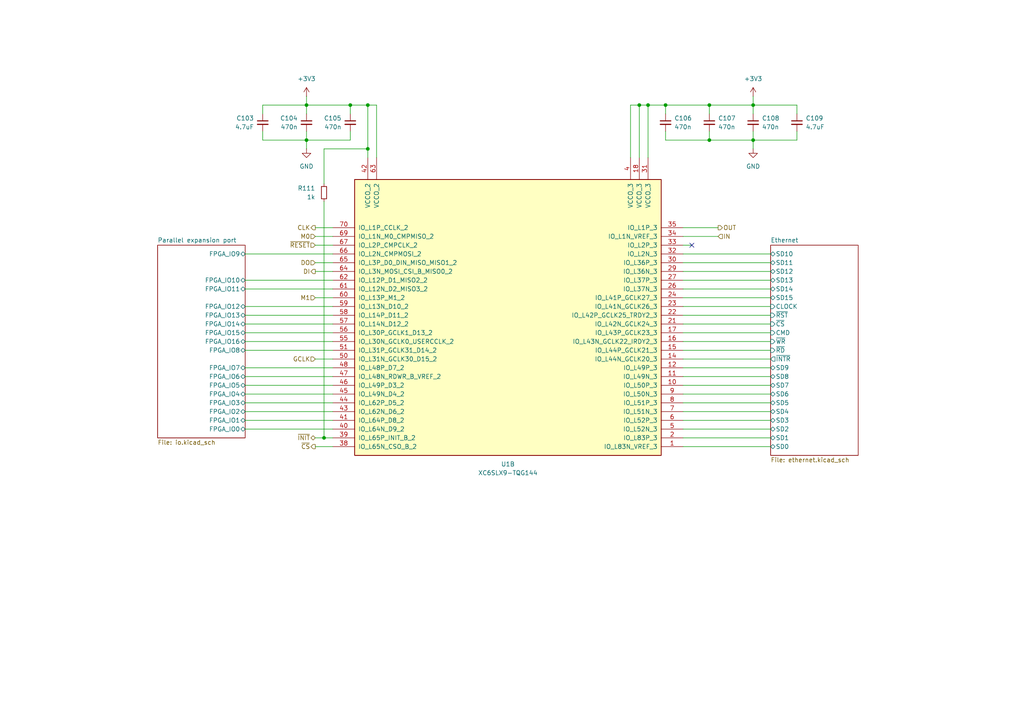
<source format=kicad_sch>
(kicad_sch
	(version 20231120)
	(generator "eeschema")
	(generator_version "8.0")
	(uuid "c0e42568-b401-4869-bdfe-fe707c0ae6eb")
	(paper "A4")
	(lib_symbols
		(symbol "Device:C_Small"
			(pin_numbers hide)
			(pin_names
				(offset 0.254) hide)
			(exclude_from_sim no)
			(in_bom yes)
			(on_board yes)
			(property "Reference" "C"
				(at 0.254 1.778 0)
				(effects
					(font
						(size 1.27 1.27)
					)
					(justify left)
				)
			)
			(property "Value" "C_Small"
				(at 0.254 -2.032 0)
				(effects
					(font
						(size 1.27 1.27)
					)
					(justify left)
				)
			)
			(property "Footprint" ""
				(at 0 0 0)
				(effects
					(font
						(size 1.27 1.27)
					)
					(hide yes)
				)
			)
			(property "Datasheet" "~"
				(at 0 0 0)
				(effects
					(font
						(size 1.27 1.27)
					)
					(hide yes)
				)
			)
			(property "Description" "Unpolarized capacitor, small symbol"
				(at 0 0 0)
				(effects
					(font
						(size 1.27 1.27)
					)
					(hide yes)
				)
			)
			(property "ki_keywords" "capacitor cap"
				(at 0 0 0)
				(effects
					(font
						(size 1.27 1.27)
					)
					(hide yes)
				)
			)
			(property "ki_fp_filters" "C_*"
				(at 0 0 0)
				(effects
					(font
						(size 1.27 1.27)
					)
					(hide yes)
				)
			)
			(symbol "C_Small_0_1"
				(polyline
					(pts
						(xy -1.524 -0.508) (xy 1.524 -0.508)
					)
					(stroke
						(width 0.3302)
						(type default)
					)
					(fill
						(type none)
					)
				)
				(polyline
					(pts
						(xy -1.524 0.508) (xy 1.524 0.508)
					)
					(stroke
						(width 0.3048)
						(type default)
					)
					(fill
						(type none)
					)
				)
			)
			(symbol "C_Small_1_1"
				(pin passive line
					(at 0 2.54 270)
					(length 2.032)
					(name "~"
						(effects
							(font
								(size 1.27 1.27)
							)
						)
					)
					(number "1"
						(effects
							(font
								(size 1.27 1.27)
							)
						)
					)
				)
				(pin passive line
					(at 0 -2.54 90)
					(length 2.032)
					(name "~"
						(effects
							(font
								(size 1.27 1.27)
							)
						)
					)
					(number "2"
						(effects
							(font
								(size 1.27 1.27)
							)
						)
					)
				)
			)
		)
		(symbol "Device:R_Small"
			(pin_numbers hide)
			(pin_names
				(offset 0.254) hide)
			(exclude_from_sim no)
			(in_bom yes)
			(on_board yes)
			(property "Reference" "R"
				(at 0.762 0.508 0)
				(effects
					(font
						(size 1.27 1.27)
					)
					(justify left)
				)
			)
			(property "Value" "R_Small"
				(at 0.762 -1.016 0)
				(effects
					(font
						(size 1.27 1.27)
					)
					(justify left)
				)
			)
			(property "Footprint" ""
				(at 0 0 0)
				(effects
					(font
						(size 1.27 1.27)
					)
					(hide yes)
				)
			)
			(property "Datasheet" "~"
				(at 0 0 0)
				(effects
					(font
						(size 1.27 1.27)
					)
					(hide yes)
				)
			)
			(property "Description" "Resistor, small symbol"
				(at 0 0 0)
				(effects
					(font
						(size 1.27 1.27)
					)
					(hide yes)
				)
			)
			(property "ki_keywords" "R resistor"
				(at 0 0 0)
				(effects
					(font
						(size 1.27 1.27)
					)
					(hide yes)
				)
			)
			(property "ki_fp_filters" "R_*"
				(at 0 0 0)
				(effects
					(font
						(size 1.27 1.27)
					)
					(hide yes)
				)
			)
			(symbol "R_Small_0_1"
				(rectangle
					(start -0.762 1.778)
					(end 0.762 -1.778)
					(stroke
						(width 0.2032)
						(type default)
					)
					(fill
						(type none)
					)
				)
			)
			(symbol "R_Small_1_1"
				(pin passive line
					(at 0 2.54 270)
					(length 0.762)
					(name "~"
						(effects
							(font
								(size 1.27 1.27)
							)
						)
					)
					(number "1"
						(effects
							(font
								(size 1.27 1.27)
							)
						)
					)
				)
				(pin passive line
					(at 0 -2.54 90)
					(length 0.762)
					(name "~"
						(effects
							(font
								(size 1.27 1.27)
							)
						)
					)
					(number "2"
						(effects
							(font
								(size 1.27 1.27)
							)
						)
					)
				)
			)
		)
		(symbol "FPGA_Xilinx_Spartan6:XC6SLX9-TQG144"
			(pin_names
				(offset 1.016)
			)
			(exclude_from_sim no)
			(in_bom yes)
			(on_board yes)
			(property "Reference" "U"
				(at 0 1.27 0)
				(effects
					(font
						(size 1.27 1.27)
					)
				)
			)
			(property "Value" "XC6SLX9-TQG144"
				(at 0 -1.27 0)
				(effects
					(font
						(size 1.27 1.27)
					)
				)
			)
			(property "Footprint" ""
				(at 0 0 0)
				(effects
					(font
						(size 1.27 1.27)
					)
					(hide yes)
				)
			)
			(property "Datasheet" ""
				(at 0 0 0)
				(effects
					(font
						(size 1.27 1.27)
					)
				)
			)
			(property "Description" "Spartan 6 LX 9 XC6SLX9-TQG144"
				(at 0 0 0)
				(effects
					(font
						(size 1.27 1.27)
					)
					(hide yes)
				)
			)
			(property "ki_locked" ""
				(at 0 0 0)
				(effects
					(font
						(size 1.27 1.27)
					)
				)
			)
			(property "ki_keywords" "FPGA"
				(at 0 0 0)
				(effects
					(font
						(size 1.27 1.27)
					)
					(hide yes)
				)
			)
			(symbol "XC6SLX9-TQG144_1_1"
				(rectangle
					(start -44.45 36.83)
					(end 44.45 -43.18)
					(stroke
						(width 0.254)
						(type default)
					)
					(fill
						(type background)
					)
				)
				(pin bidirectional line
					(at 50.8 12.7 180)
					(length 6.35)
					(name "IO_L33P_1"
						(effects
							(font
								(size 1.27 1.27)
							)
						)
					)
					(number "100"
						(effects
							(font
								(size 1.27 1.27)
							)
						)
					)
				)
				(pin bidirectional line
					(at 50.8 15.24 180)
					(length 6.35)
					(name "IO_L32N_1"
						(effects
							(font
								(size 1.27 1.27)
							)
						)
					)
					(number "101"
						(effects
							(font
								(size 1.27 1.27)
							)
						)
					)
				)
				(pin bidirectional line
					(at 50.8 17.78 180)
					(length 6.35)
					(name "IO_L32P_1"
						(effects
							(font
								(size 1.27 1.27)
							)
						)
					)
					(number "102"
						(effects
							(font
								(size 1.27 1.27)
							)
						)
					)
				)
				(pin power_in line
					(at 40.64 43.18 270)
					(length 6.35)
					(name "VCCO_1"
						(effects
							(font
								(size 1.27 1.27)
							)
						)
					)
					(number "103"
						(effects
							(font
								(size 1.27 1.27)
							)
						)
					)
				)
				(pin bidirectional line
					(at 50.8 20.32 180)
					(length 6.35)
					(name "IO_L1N_VREF_1"
						(effects
							(font
								(size 1.27 1.27)
							)
						)
					)
					(number "104"
						(effects
							(font
								(size 1.27 1.27)
							)
						)
					)
				)
				(pin bidirectional line
					(at 50.8 22.86 180)
					(length 6.35)
					(name "IO_L1P_1"
						(effects
							(font
								(size 1.27 1.27)
							)
						)
					)
					(number "105"
						(effects
							(font
								(size 1.27 1.27)
							)
						)
					)
				)
				(pin bidirectional line
					(at -50.8 -40.64 0)
					(length 6.35)
					(name "IO_L66N_SCP0_0"
						(effects
							(font
								(size 1.27 1.27)
							)
						)
					)
					(number "111"
						(effects
							(font
								(size 1.27 1.27)
							)
						)
					)
				)
				(pin bidirectional line
					(at -50.8 -38.1 0)
					(length 6.35)
					(name "IO_L66P_SCP1_0"
						(effects
							(font
								(size 1.27 1.27)
							)
						)
					)
					(number "112"
						(effects
							(font
								(size 1.27 1.27)
							)
						)
					)
				)
				(pin bidirectional line
					(at -50.8 -35.56 0)
					(length 6.35)
					(name "IO_L65N_SCP2_0"
						(effects
							(font
								(size 1.27 1.27)
							)
						)
					)
					(number "114"
						(effects
							(font
								(size 1.27 1.27)
							)
						)
					)
				)
				(pin bidirectional line
					(at -50.8 -33.02 0)
					(length 6.35)
					(name "IO_L65P_SCP3_0"
						(effects
							(font
								(size 1.27 1.27)
							)
						)
					)
					(number "115"
						(effects
							(font
								(size 1.27 1.27)
							)
						)
					)
				)
				(pin bidirectional line
					(at -50.8 -30.48 0)
					(length 6.35)
					(name "IO_L64N_SCP4_0"
						(effects
							(font
								(size 1.27 1.27)
							)
						)
					)
					(number "116"
						(effects
							(font
								(size 1.27 1.27)
							)
						)
					)
				)
				(pin bidirectional line
					(at -50.8 -27.94 0)
					(length 6.35)
					(name "IO_L64P_SCP5_0"
						(effects
							(font
								(size 1.27 1.27)
							)
						)
					)
					(number "117"
						(effects
							(font
								(size 1.27 1.27)
							)
						)
					)
				)
				(pin bidirectional line
					(at -50.8 -25.4 0)
					(length 6.35)
					(name "IO_L63N_SCP6_0"
						(effects
							(font
								(size 1.27 1.27)
							)
						)
					)
					(number "118"
						(effects
							(font
								(size 1.27 1.27)
							)
						)
					)
				)
				(pin bidirectional line
					(at -50.8 -22.86 0)
					(length 6.35)
					(name "IO_L63P_SCP7_0"
						(effects
							(font
								(size 1.27 1.27)
							)
						)
					)
					(number "119"
						(effects
							(font
								(size 1.27 1.27)
							)
						)
					)
				)
				(pin bidirectional line
					(at -50.8 -20.32 0)
					(length 6.35)
					(name "IO_L62N_VREF_0"
						(effects
							(font
								(size 1.27 1.27)
							)
						)
					)
					(number "120"
						(effects
							(font
								(size 1.27 1.27)
							)
						)
					)
				)
				(pin bidirectional line
					(at -50.8 -17.78 0)
					(length 6.35)
					(name "IO_L62P_0"
						(effects
							(font
								(size 1.27 1.27)
							)
						)
					)
					(number "121"
						(effects
							(font
								(size 1.27 1.27)
							)
						)
					)
				)
				(pin power_in line
					(at -40.64 43.18 270)
					(length 6.35)
					(name "VCCO_0"
						(effects
							(font
								(size 1.27 1.27)
							)
						)
					)
					(number "122"
						(effects
							(font
								(size 1.27 1.27)
							)
						)
					)
				)
				(pin bidirectional line
					(at -50.8 -15.24 0)
					(length 6.35)
					(name "IO_L37N_GCLK12_0"
						(effects
							(font
								(size 1.27 1.27)
							)
						)
					)
					(number "123"
						(effects
							(font
								(size 1.27 1.27)
							)
						)
					)
				)
				(pin bidirectional line
					(at -50.8 -12.7 0)
					(length 6.35)
					(name "IO_L37P_GCLK13_0"
						(effects
							(font
								(size 1.27 1.27)
							)
						)
					)
					(number "124"
						(effects
							(font
								(size 1.27 1.27)
							)
						)
					)
				)
				(pin power_in line
					(at -38.1 43.18 270)
					(length 6.35)
					(name "VCCO_0"
						(effects
							(font
								(size 1.27 1.27)
							)
						)
					)
					(number "125"
						(effects
							(font
								(size 1.27 1.27)
							)
						)
					)
				)
				(pin bidirectional line
					(at -50.8 -10.16 0)
					(length 6.35)
					(name "IO_L36N_GCLK14_0"
						(effects
							(font
								(size 1.27 1.27)
							)
						)
					)
					(number "126"
						(effects
							(font
								(size 1.27 1.27)
							)
						)
					)
				)
				(pin bidirectional line
					(at -50.8 -7.62 0)
					(length 6.35)
					(name "IO_L36P_GCLK15_0"
						(effects
							(font
								(size 1.27 1.27)
							)
						)
					)
					(number "127"
						(effects
							(font
								(size 1.27 1.27)
							)
						)
					)
				)
				(pin bidirectional line
					(at -50.8 -5.08 0)
					(length 6.35)
					(name "IO_L35N_GCLK16_0"
						(effects
							(font
								(size 1.27 1.27)
							)
						)
					)
					(number "131"
						(effects
							(font
								(size 1.27 1.27)
							)
						)
					)
				)
				(pin bidirectional line
					(at -50.8 -2.54 0)
					(length 6.35)
					(name "IO_L35P_GCLK17_0"
						(effects
							(font
								(size 1.27 1.27)
							)
						)
					)
					(number "132"
						(effects
							(font
								(size 1.27 1.27)
							)
						)
					)
				)
				(pin bidirectional line
					(at -50.8 0 0)
					(length 6.35)
					(name "IO_L34N_GCLK18_0"
						(effects
							(font
								(size 1.27 1.27)
							)
						)
					)
					(number "133"
						(effects
							(font
								(size 1.27 1.27)
							)
						)
					)
				)
				(pin bidirectional line
					(at -50.8 2.54 0)
					(length 6.35)
					(name "IO_L34P_GCLK19_0"
						(effects
							(font
								(size 1.27 1.27)
							)
						)
					)
					(number "134"
						(effects
							(font
								(size 1.27 1.27)
							)
						)
					)
				)
				(pin power_in line
					(at -35.56 43.18 270)
					(length 6.35)
					(name "VCCO_0"
						(effects
							(font
								(size 1.27 1.27)
							)
						)
					)
					(number "135"
						(effects
							(font
								(size 1.27 1.27)
							)
						)
					)
				)
				(pin bidirectional line
					(at -50.8 5.08 0)
					(length 6.35)
					(name "IO_L4N_0"
						(effects
							(font
								(size 1.27 1.27)
							)
						)
					)
					(number "137"
						(effects
							(font
								(size 1.27 1.27)
							)
						)
					)
				)
				(pin bidirectional line
					(at -50.8 7.62 0)
					(length 6.35)
					(name "IO_L4P_0"
						(effects
							(font
								(size 1.27 1.27)
							)
						)
					)
					(number "138"
						(effects
							(font
								(size 1.27 1.27)
							)
						)
					)
				)
				(pin bidirectional line
					(at -50.8 10.16 0)
					(length 6.35)
					(name "IO_L3N_0"
						(effects
							(font
								(size 1.27 1.27)
							)
						)
					)
					(number "139"
						(effects
							(font
								(size 1.27 1.27)
							)
						)
					)
				)
				(pin bidirectional line
					(at -50.8 12.7 0)
					(length 6.35)
					(name "IO_L3P_0"
						(effects
							(font
								(size 1.27 1.27)
							)
						)
					)
					(number "140"
						(effects
							(font
								(size 1.27 1.27)
							)
						)
					)
				)
				(pin bidirectional line
					(at -50.8 15.24 0)
					(length 6.35)
					(name "IO_L2N_0"
						(effects
							(font
								(size 1.27 1.27)
							)
						)
					)
					(number "141"
						(effects
							(font
								(size 1.27 1.27)
							)
						)
					)
				)
				(pin bidirectional line
					(at -50.8 17.78 0)
					(length 6.35)
					(name "IO_L2P_0"
						(effects
							(font
								(size 1.27 1.27)
							)
						)
					)
					(number "142"
						(effects
							(font
								(size 1.27 1.27)
							)
						)
					)
				)
				(pin bidirectional line
					(at -50.8 20.32 0)
					(length 6.35)
					(name "IO_L1N_VREF_0"
						(effects
							(font
								(size 1.27 1.27)
							)
						)
					)
					(number "143"
						(effects
							(font
								(size 1.27 1.27)
							)
						)
					)
				)
				(pin bidirectional line
					(at -50.8 22.86 0)
					(length 6.35)
					(name "IO_L1P_HSWAPEN_0"
						(effects
							(font
								(size 1.27 1.27)
							)
						)
					)
					(number "144"
						(effects
							(font
								(size 1.27 1.27)
							)
						)
					)
				)
				(pin bidirectional line
					(at 50.8 -35.56 180)
					(length 6.35)
					(name "IO_L74N_DOUT_BUSY_1"
						(effects
							(font
								(size 1.27 1.27)
							)
						)
					)
					(number "74"
						(effects
							(font
								(size 1.27 1.27)
							)
						)
					)
				)
				(pin bidirectional line
					(at 50.8 -33.02 180)
					(length 6.35)
					(name "IO_L74P_AWAKE_1"
						(effects
							(font
								(size 1.27 1.27)
							)
						)
					)
					(number "75"
						(effects
							(font
								(size 1.27 1.27)
							)
						)
					)
				)
				(pin power_in line
					(at 35.56 43.18 270)
					(length 6.35)
					(name "VCCO_1"
						(effects
							(font
								(size 1.27 1.27)
							)
						)
					)
					(number "76"
						(effects
							(font
								(size 1.27 1.27)
							)
						)
					)
				)
				(pin bidirectional line
					(at 50.8 -30.48 180)
					(length 6.35)
					(name "IO_L47N_1"
						(effects
							(font
								(size 1.27 1.27)
							)
						)
					)
					(number "78"
						(effects
							(font
								(size 1.27 1.27)
							)
						)
					)
				)
				(pin bidirectional line
					(at 50.8 -27.94 180)
					(length 6.35)
					(name "IO_L47P_1"
						(effects
							(font
								(size 1.27 1.27)
							)
						)
					)
					(number "79"
						(effects
							(font
								(size 1.27 1.27)
							)
						)
					)
				)
				(pin bidirectional line
					(at 50.8 -25.4 180)
					(length 6.35)
					(name "IO_L46N_1"
						(effects
							(font
								(size 1.27 1.27)
							)
						)
					)
					(number "80"
						(effects
							(font
								(size 1.27 1.27)
							)
						)
					)
				)
				(pin bidirectional line
					(at 50.8 -22.86 180)
					(length 6.35)
					(name "IO_L46P_1"
						(effects
							(font
								(size 1.27 1.27)
							)
						)
					)
					(number "81"
						(effects
							(font
								(size 1.27 1.27)
							)
						)
					)
				)
				(pin bidirectional line
					(at 50.8 -20.32 180)
					(length 6.35)
					(name "IO_L45N_1"
						(effects
							(font
								(size 1.27 1.27)
							)
						)
					)
					(number "82"
						(effects
							(font
								(size 1.27 1.27)
							)
						)
					)
				)
				(pin bidirectional line
					(at 50.8 -17.78 180)
					(length 6.35)
					(name "IO_L45P_1"
						(effects
							(font
								(size 1.27 1.27)
							)
						)
					)
					(number "83"
						(effects
							(font
								(size 1.27 1.27)
							)
						)
					)
				)
				(pin bidirectional line
					(at 50.8 -15.24 180)
					(length 6.35)
					(name "IO_L43N_GCLK4_1"
						(effects
							(font
								(size 1.27 1.27)
							)
						)
					)
					(number "84"
						(effects
							(font
								(size 1.27 1.27)
							)
						)
					)
				)
				(pin bidirectional line
					(at 50.8 -12.7 180)
					(length 6.35)
					(name "IO_L43P_GCLK5_1"
						(effects
							(font
								(size 1.27 1.27)
							)
						)
					)
					(number "85"
						(effects
							(font
								(size 1.27 1.27)
							)
						)
					)
				)
				(pin power_in line
					(at 38.1 43.18 270)
					(length 6.35)
					(name "VCCO_1"
						(effects
							(font
								(size 1.27 1.27)
							)
						)
					)
					(number "86"
						(effects
							(font
								(size 1.27 1.27)
							)
						)
					)
				)
				(pin bidirectional line
					(at 50.8 -10.16 180)
					(length 6.35)
					(name "IO_L42N_GCLK6_TRDY1_1"
						(effects
							(font
								(size 1.27 1.27)
							)
						)
					)
					(number "87"
						(effects
							(font
								(size 1.27 1.27)
							)
						)
					)
				)
				(pin bidirectional line
					(at 50.8 -7.62 180)
					(length 6.35)
					(name "IO_L42P_GCLK7_1"
						(effects
							(font
								(size 1.27 1.27)
							)
						)
					)
					(number "88"
						(effects
							(font
								(size 1.27 1.27)
							)
						)
					)
				)
				(pin bidirectional line
					(at 50.8 -5.08 180)
					(length 6.35)
					(name "IO_L41N_GCLK8_1"
						(effects
							(font
								(size 1.27 1.27)
							)
						)
					)
					(number "92"
						(effects
							(font
								(size 1.27 1.27)
							)
						)
					)
				)
				(pin bidirectional line
					(at 50.8 -2.54 180)
					(length 6.35)
					(name "IO_L41P_GCLK9_IRDY1_1"
						(effects
							(font
								(size 1.27 1.27)
							)
						)
					)
					(number "93"
						(effects
							(font
								(size 1.27 1.27)
							)
						)
					)
				)
				(pin bidirectional line
					(at 50.8 0 180)
					(length 6.35)
					(name "IO_L40N_GCLK10_1"
						(effects
							(font
								(size 1.27 1.27)
							)
						)
					)
					(number "94"
						(effects
							(font
								(size 1.27 1.27)
							)
						)
					)
				)
				(pin bidirectional line
					(at 50.8 2.54 180)
					(length 6.35)
					(name "IO_L40P_GCLK11_1"
						(effects
							(font
								(size 1.27 1.27)
							)
						)
					)
					(number "95"
						(effects
							(font
								(size 1.27 1.27)
							)
						)
					)
				)
				(pin bidirectional line
					(at 50.8 5.08 180)
					(length 6.35)
					(name "IO_L34N_1"
						(effects
							(font
								(size 1.27 1.27)
							)
						)
					)
					(number "97"
						(effects
							(font
								(size 1.27 1.27)
							)
						)
					)
				)
				(pin bidirectional line
					(at 50.8 7.62 180)
					(length 6.35)
					(name "IO_L34P_1"
						(effects
							(font
								(size 1.27 1.27)
							)
						)
					)
					(number "98"
						(effects
							(font
								(size 1.27 1.27)
							)
						)
					)
				)
				(pin bidirectional line
					(at 50.8 10.16 180)
					(length 6.35)
					(name "IO_L33N_1"
						(effects
							(font
								(size 1.27 1.27)
							)
						)
					)
					(number "99"
						(effects
							(font
								(size 1.27 1.27)
							)
						)
					)
				)
			)
			(symbol "XC6SLX9-TQG144_2_1"
				(rectangle
					(start -44.45 36.83)
					(end 44.45 -43.18)
					(stroke
						(width 0.254)
						(type default)
					)
					(fill
						(type background)
					)
				)
				(pin bidirectional line
					(at 50.8 -40.64 180)
					(length 6.35)
					(name "IO_L83N_VREF_3"
						(effects
							(font
								(size 1.27 1.27)
							)
						)
					)
					(number "1"
						(effects
							(font
								(size 1.27 1.27)
							)
						)
					)
				)
				(pin bidirectional line
					(at 50.8 -22.86 180)
					(length 6.35)
					(name "IO_L50P_3"
						(effects
							(font
								(size 1.27 1.27)
							)
						)
					)
					(number "10"
						(effects
							(font
								(size 1.27 1.27)
							)
						)
					)
				)
				(pin bidirectional line
					(at 50.8 -20.32 180)
					(length 6.35)
					(name "IO_L49N_3"
						(effects
							(font
								(size 1.27 1.27)
							)
						)
					)
					(number "11"
						(effects
							(font
								(size 1.27 1.27)
							)
						)
					)
				)
				(pin bidirectional line
					(at 50.8 -17.78 180)
					(length 6.35)
					(name "IO_L49P_3"
						(effects
							(font
								(size 1.27 1.27)
							)
						)
					)
					(number "12"
						(effects
							(font
								(size 1.27 1.27)
							)
						)
					)
				)
				(pin bidirectional line
					(at 50.8 -15.24 180)
					(length 6.35)
					(name "IO_L44N_GCLK20_3"
						(effects
							(font
								(size 1.27 1.27)
							)
						)
					)
					(number "14"
						(effects
							(font
								(size 1.27 1.27)
							)
						)
					)
				)
				(pin bidirectional line
					(at 50.8 -12.7 180)
					(length 6.35)
					(name "IO_L44P_GCLK21_3"
						(effects
							(font
								(size 1.27 1.27)
							)
						)
					)
					(number "15"
						(effects
							(font
								(size 1.27 1.27)
							)
						)
					)
				)
				(pin bidirectional line
					(at 50.8 -10.16 180)
					(length 6.35)
					(name "IO_L43N_GCLK22_IRDY2_3"
						(effects
							(font
								(size 1.27 1.27)
							)
						)
					)
					(number "16"
						(effects
							(font
								(size 1.27 1.27)
							)
						)
					)
				)
				(pin bidirectional line
					(at 50.8 -7.62 180)
					(length 6.35)
					(name "IO_L43P_GCLK23_3"
						(effects
							(font
								(size 1.27 1.27)
							)
						)
					)
					(number "17"
						(effects
							(font
								(size 1.27 1.27)
							)
						)
					)
				)
				(pin power_in line
					(at 38.1 43.18 270)
					(length 6.35)
					(name "VCCO_3"
						(effects
							(font
								(size 1.27 1.27)
							)
						)
					)
					(number "18"
						(effects
							(font
								(size 1.27 1.27)
							)
						)
					)
				)
				(pin bidirectional line
					(at 50.8 -38.1 180)
					(length 6.35)
					(name "IO_L83P_3"
						(effects
							(font
								(size 1.27 1.27)
							)
						)
					)
					(number "2"
						(effects
							(font
								(size 1.27 1.27)
							)
						)
					)
				)
				(pin bidirectional line
					(at 50.8 -5.08 180)
					(length 6.35)
					(name "IO_L42N_GCLK24_3"
						(effects
							(font
								(size 1.27 1.27)
							)
						)
					)
					(number "21"
						(effects
							(font
								(size 1.27 1.27)
							)
						)
					)
				)
				(pin bidirectional line
					(at 50.8 -2.54 180)
					(length 6.35)
					(name "IO_L42P_GCLK25_TRDY2_3"
						(effects
							(font
								(size 1.27 1.27)
							)
						)
					)
					(number "22"
						(effects
							(font
								(size 1.27 1.27)
							)
						)
					)
				)
				(pin bidirectional line
					(at 50.8 0 180)
					(length 6.35)
					(name "IO_L41N_GCLK26_3"
						(effects
							(font
								(size 1.27 1.27)
							)
						)
					)
					(number "23"
						(effects
							(font
								(size 1.27 1.27)
							)
						)
					)
				)
				(pin bidirectional line
					(at 50.8 2.54 180)
					(length 6.35)
					(name "IO_L41P_GCLK27_3"
						(effects
							(font
								(size 1.27 1.27)
							)
						)
					)
					(number "24"
						(effects
							(font
								(size 1.27 1.27)
							)
						)
					)
				)
				(pin bidirectional line
					(at 50.8 5.08 180)
					(length 6.35)
					(name "IO_L37N_3"
						(effects
							(font
								(size 1.27 1.27)
							)
						)
					)
					(number "26"
						(effects
							(font
								(size 1.27 1.27)
							)
						)
					)
				)
				(pin bidirectional line
					(at 50.8 7.62 180)
					(length 6.35)
					(name "IO_L37P_3"
						(effects
							(font
								(size 1.27 1.27)
							)
						)
					)
					(number "27"
						(effects
							(font
								(size 1.27 1.27)
							)
						)
					)
				)
				(pin bidirectional line
					(at 50.8 10.16 180)
					(length 6.35)
					(name "IO_L36N_3"
						(effects
							(font
								(size 1.27 1.27)
							)
						)
					)
					(number "29"
						(effects
							(font
								(size 1.27 1.27)
							)
						)
					)
				)
				(pin bidirectional line
					(at 50.8 12.7 180)
					(length 6.35)
					(name "IO_L36P_3"
						(effects
							(font
								(size 1.27 1.27)
							)
						)
					)
					(number "30"
						(effects
							(font
								(size 1.27 1.27)
							)
						)
					)
				)
				(pin power_in line
					(at 40.64 43.18 270)
					(length 6.35)
					(name "VCCO_3"
						(effects
							(font
								(size 1.27 1.27)
							)
						)
					)
					(number "31"
						(effects
							(font
								(size 1.27 1.27)
							)
						)
					)
				)
				(pin bidirectional line
					(at 50.8 15.24 180)
					(length 6.35)
					(name "IO_L2N_3"
						(effects
							(font
								(size 1.27 1.27)
							)
						)
					)
					(number "32"
						(effects
							(font
								(size 1.27 1.27)
							)
						)
					)
				)
				(pin bidirectional line
					(at 50.8 17.78 180)
					(length 6.35)
					(name "IO_L2P_3"
						(effects
							(font
								(size 1.27 1.27)
							)
						)
					)
					(number "33"
						(effects
							(font
								(size 1.27 1.27)
							)
						)
					)
				)
				(pin bidirectional line
					(at 50.8 20.32 180)
					(length 6.35)
					(name "IO_L1N_VREF_3"
						(effects
							(font
								(size 1.27 1.27)
							)
						)
					)
					(number "34"
						(effects
							(font
								(size 1.27 1.27)
							)
						)
					)
				)
				(pin bidirectional line
					(at 50.8 22.86 180)
					(length 6.35)
					(name "IO_L1P_3"
						(effects
							(font
								(size 1.27 1.27)
							)
						)
					)
					(number "35"
						(effects
							(font
								(size 1.27 1.27)
							)
						)
					)
				)
				(pin bidirectional line
					(at -50.8 -40.64 0)
					(length 6.35)
					(name "IO_L65N_CSO_B_2"
						(effects
							(font
								(size 1.27 1.27)
							)
						)
					)
					(number "38"
						(effects
							(font
								(size 1.27 1.27)
							)
						)
					)
				)
				(pin bidirectional line
					(at -50.8 -38.1 0)
					(length 6.35)
					(name "IO_L65P_INIT_B_2"
						(effects
							(font
								(size 1.27 1.27)
							)
						)
					)
					(number "39"
						(effects
							(font
								(size 1.27 1.27)
							)
						)
					)
				)
				(pin power_in line
					(at 35.56 43.18 270)
					(length 6.35)
					(name "VCCO_3"
						(effects
							(font
								(size 1.27 1.27)
							)
						)
					)
					(number "4"
						(effects
							(font
								(size 1.27 1.27)
							)
						)
					)
				)
				(pin bidirectional line
					(at -50.8 -35.56 0)
					(length 6.35)
					(name "IO_L64N_D9_2"
						(effects
							(font
								(size 1.27 1.27)
							)
						)
					)
					(number "40"
						(effects
							(font
								(size 1.27 1.27)
							)
						)
					)
				)
				(pin bidirectional line
					(at -50.8 -33.02 0)
					(length 6.35)
					(name "IO_L64P_D8_2"
						(effects
							(font
								(size 1.27 1.27)
							)
						)
					)
					(number "41"
						(effects
							(font
								(size 1.27 1.27)
							)
						)
					)
				)
				(pin power_in line
					(at -40.64 43.18 270)
					(length 6.35)
					(name "VCCO_2"
						(effects
							(font
								(size 1.27 1.27)
							)
						)
					)
					(number "42"
						(effects
							(font
								(size 1.27 1.27)
							)
						)
					)
				)
				(pin bidirectional line
					(at -50.8 -30.48 0)
					(length 6.35)
					(name "IO_L62N_D6_2"
						(effects
							(font
								(size 1.27 1.27)
							)
						)
					)
					(number "43"
						(effects
							(font
								(size 1.27 1.27)
							)
						)
					)
				)
				(pin bidirectional line
					(at -50.8 -27.94 0)
					(length 6.35)
					(name "IO_L62P_D5_2"
						(effects
							(font
								(size 1.27 1.27)
							)
						)
					)
					(number "44"
						(effects
							(font
								(size 1.27 1.27)
							)
						)
					)
				)
				(pin bidirectional line
					(at -50.8 -25.4 0)
					(length 6.35)
					(name "IO_L49N_D4_2"
						(effects
							(font
								(size 1.27 1.27)
							)
						)
					)
					(number "45"
						(effects
							(font
								(size 1.27 1.27)
							)
						)
					)
				)
				(pin bidirectional line
					(at -50.8 -22.86 0)
					(length 6.35)
					(name "IO_L49P_D3_2"
						(effects
							(font
								(size 1.27 1.27)
							)
						)
					)
					(number "46"
						(effects
							(font
								(size 1.27 1.27)
							)
						)
					)
				)
				(pin bidirectional line
					(at -50.8 -20.32 0)
					(length 6.35)
					(name "IO_L48N_RDWR_B_VREF_2"
						(effects
							(font
								(size 1.27 1.27)
							)
						)
					)
					(number "47"
						(effects
							(font
								(size 1.27 1.27)
							)
						)
					)
				)
				(pin bidirectional line
					(at -50.8 -17.78 0)
					(length 6.35)
					(name "IO_L48P_D7_2"
						(effects
							(font
								(size 1.27 1.27)
							)
						)
					)
					(number "48"
						(effects
							(font
								(size 1.27 1.27)
							)
						)
					)
				)
				(pin bidirectional line
					(at 50.8 -35.56 180)
					(length 6.35)
					(name "IO_L52N_3"
						(effects
							(font
								(size 1.27 1.27)
							)
						)
					)
					(number "5"
						(effects
							(font
								(size 1.27 1.27)
							)
						)
					)
				)
				(pin bidirectional line
					(at -50.8 -15.24 0)
					(length 6.35)
					(name "IO_L31N_GCLK30_D15_2"
						(effects
							(font
								(size 1.27 1.27)
							)
						)
					)
					(number "50"
						(effects
							(font
								(size 1.27 1.27)
							)
						)
					)
				)
				(pin bidirectional line
					(at -50.8 -12.7 0)
					(length 6.35)
					(name "IO_L31P_GCLK31_D14_2"
						(effects
							(font
								(size 1.27 1.27)
							)
						)
					)
					(number "51"
						(effects
							(font
								(size 1.27 1.27)
							)
						)
					)
				)
				(pin bidirectional line
					(at -50.8 -10.16 0)
					(length 6.35)
					(name "IO_L30N_GCLK0_USERCCLK_2"
						(effects
							(font
								(size 1.27 1.27)
							)
						)
					)
					(number "55"
						(effects
							(font
								(size 1.27 1.27)
							)
						)
					)
				)
				(pin bidirectional line
					(at -50.8 -7.62 0)
					(length 6.35)
					(name "IO_L30P_GCLK1_D13_2"
						(effects
							(font
								(size 1.27 1.27)
							)
						)
					)
					(number "56"
						(effects
							(font
								(size 1.27 1.27)
							)
						)
					)
				)
				(pin bidirectional line
					(at -50.8 -5.08 0)
					(length 6.35)
					(name "IO_L14N_D12_2"
						(effects
							(font
								(size 1.27 1.27)
							)
						)
					)
					(number "57"
						(effects
							(font
								(size 1.27 1.27)
							)
						)
					)
				)
				(pin bidirectional line
					(at -50.8 -2.54 0)
					(length 6.35)
					(name "IO_L14P_D11_2"
						(effects
							(font
								(size 1.27 1.27)
							)
						)
					)
					(number "58"
						(effects
							(font
								(size 1.27 1.27)
							)
						)
					)
				)
				(pin bidirectional line
					(at -50.8 0 0)
					(length 6.35)
					(name "IO_L13N_D10_2"
						(effects
							(font
								(size 1.27 1.27)
							)
						)
					)
					(number "59"
						(effects
							(font
								(size 1.27 1.27)
							)
						)
					)
				)
				(pin bidirectional line
					(at 50.8 -33.02 180)
					(length 6.35)
					(name "IO_L52P_3"
						(effects
							(font
								(size 1.27 1.27)
							)
						)
					)
					(number "6"
						(effects
							(font
								(size 1.27 1.27)
							)
						)
					)
				)
				(pin bidirectional line
					(at -50.8 2.54 0)
					(length 6.35)
					(name "IO_L13P_M1_2"
						(effects
							(font
								(size 1.27 1.27)
							)
						)
					)
					(number "60"
						(effects
							(font
								(size 1.27 1.27)
							)
						)
					)
				)
				(pin bidirectional line
					(at -50.8 5.08 0)
					(length 6.35)
					(name "IO_L12N_D2_MISO3_2"
						(effects
							(font
								(size 1.27 1.27)
							)
						)
					)
					(number "61"
						(effects
							(font
								(size 1.27 1.27)
							)
						)
					)
				)
				(pin bidirectional line
					(at -50.8 7.62 0)
					(length 6.35)
					(name "IO_L12P_D1_MISO2_2"
						(effects
							(font
								(size 1.27 1.27)
							)
						)
					)
					(number "62"
						(effects
							(font
								(size 1.27 1.27)
							)
						)
					)
				)
				(pin power_in line
					(at -38.1 43.18 270)
					(length 6.35)
					(name "VCCO_2"
						(effects
							(font
								(size 1.27 1.27)
							)
						)
					)
					(number "63"
						(effects
							(font
								(size 1.27 1.27)
							)
						)
					)
				)
				(pin bidirectional line
					(at -50.8 10.16 0)
					(length 6.35)
					(name "IO_L3N_MOSI_CSI_B_MISO0_2"
						(effects
							(font
								(size 1.27 1.27)
							)
						)
					)
					(number "64"
						(effects
							(font
								(size 1.27 1.27)
							)
						)
					)
				)
				(pin bidirectional line
					(at -50.8 12.7 0)
					(length 6.35)
					(name "IO_L3P_D0_DIN_MISO_MISO1_2"
						(effects
							(font
								(size 1.27 1.27)
							)
						)
					)
					(number "65"
						(effects
							(font
								(size 1.27 1.27)
							)
						)
					)
				)
				(pin bidirectional line
					(at -50.8 15.24 0)
					(length 6.35)
					(name "IO_L2N_CMPMOSI_2"
						(effects
							(font
								(size 1.27 1.27)
							)
						)
					)
					(number "66"
						(effects
							(font
								(size 1.27 1.27)
							)
						)
					)
				)
				(pin bidirectional line
					(at -50.8 17.78 0)
					(length 6.35)
					(name "IO_L2P_CMPCLK_2"
						(effects
							(font
								(size 1.27 1.27)
							)
						)
					)
					(number "67"
						(effects
							(font
								(size 1.27 1.27)
							)
						)
					)
				)
				(pin bidirectional line
					(at -50.8 20.32 0)
					(length 6.35)
					(name "IO_L1N_M0_CMPMISO_2"
						(effects
							(font
								(size 1.27 1.27)
							)
						)
					)
					(number "69"
						(effects
							(font
								(size 1.27 1.27)
							)
						)
					)
				)
				(pin bidirectional line
					(at 50.8 -30.48 180)
					(length 6.35)
					(name "IO_L51N_3"
						(effects
							(font
								(size 1.27 1.27)
							)
						)
					)
					(number "7"
						(effects
							(font
								(size 1.27 1.27)
							)
						)
					)
				)
				(pin bidirectional line
					(at -50.8 22.86 0)
					(length 6.35)
					(name "IO_L1P_CCLK_2"
						(effects
							(font
								(size 1.27 1.27)
							)
						)
					)
					(number "70"
						(effects
							(font
								(size 1.27 1.27)
							)
						)
					)
				)
				(pin bidirectional line
					(at 50.8 -27.94 180)
					(length 6.35)
					(name "IO_L51P_3"
						(effects
							(font
								(size 1.27 1.27)
							)
						)
					)
					(number "8"
						(effects
							(font
								(size 1.27 1.27)
							)
						)
					)
				)
				(pin bidirectional line
					(at 50.8 -25.4 180)
					(length 6.35)
					(name "IO_L50N_3"
						(effects
							(font
								(size 1.27 1.27)
							)
						)
					)
					(number "9"
						(effects
							(font
								(size 1.27 1.27)
							)
						)
					)
				)
			)
			(symbol "XC6SLX9-TQG144_3_1"
				(rectangle
					(start -31.75 15.24)
					(end 31.75 -15.24)
					(stroke
						(width 0.254)
						(type default)
					)
					(fill
						(type background)
					)
				)
				(pin bidirectional line
					(at 38.1 10.16 180)
					(length 6.35)
					(name "TDO"
						(effects
							(font
								(size 1.27 1.27)
							)
						)
					)
					(number "106"
						(effects
							(font
								(size 1.27 1.27)
							)
						)
					)
				)
				(pin bidirectional line
					(at 38.1 7.62 180)
					(length 6.35)
					(name "TMS"
						(effects
							(font
								(size 1.27 1.27)
							)
						)
					)
					(number "107"
						(effects
							(font
								(size 1.27 1.27)
							)
						)
					)
				)
				(pin bidirectional line
					(at 38.1 5.08 180)
					(length 6.35)
					(name "TCK"
						(effects
							(font
								(size 1.27 1.27)
							)
						)
					)
					(number "109"
						(effects
							(font
								(size 1.27 1.27)
							)
						)
					)
				)
				(pin bidirectional line
					(at 38.1 12.7 180)
					(length 6.35)
					(name "TDI"
						(effects
							(font
								(size 1.27 1.27)
							)
						)
					)
					(number "110"
						(effects
							(font
								(size 1.27 1.27)
							)
						)
					)
				)
				(pin bidirectional line
					(at 38.1 -2.54 180)
					(length 6.35)
					(name "PROGRAM_B_2"
						(effects
							(font
								(size 1.27 1.27)
							)
						)
					)
					(number "37"
						(effects
							(font
								(size 1.27 1.27)
							)
						)
					)
				)
				(pin bidirectional line
					(at 38.1 0 180)
					(length 6.35)
					(name "DONE_2"
						(effects
							(font
								(size 1.27 1.27)
							)
						)
					)
					(number "71"
						(effects
							(font
								(size 1.27 1.27)
							)
						)
					)
				)
				(pin bidirectional line
					(at 38.1 -12.7 180)
					(length 6.35)
					(name "CMPCS_B_2"
						(effects
							(font
								(size 1.27 1.27)
							)
						)
					)
					(number "72"
						(effects
							(font
								(size 1.27 1.27)
							)
						)
					)
				)
				(pin bidirectional line
					(at 38.1 -7.62 180)
					(length 6.35)
					(name "SUSPEND"
						(effects
							(font
								(size 1.27 1.27)
							)
						)
					)
					(number "73"
						(effects
							(font
								(size 1.27 1.27)
							)
						)
					)
				)
			)
			(symbol "XC6SLX9-TQG144_4_1"
				(rectangle
					(start -19.05 17.78)
					(end 19.05 -17.78)
					(stroke
						(width 0.254)
						(type default)
					)
					(fill
						(type background)
					)
				)
				(pin power_in line
					(at 25.4 -7.62 180)
					(length 6.35)
					(name "GND"
						(effects
							(font
								(size 1.27 1.27)
							)
						)
					)
					(number "108"
						(effects
							(font
								(size 1.27 1.27)
							)
						)
					)
				)
				(pin power_in line
					(at 25.4 -10.16 180)
					(length 6.35)
					(name "GND"
						(effects
							(font
								(size 1.27 1.27)
							)
						)
					)
					(number "113"
						(effects
							(font
								(size 1.27 1.27)
							)
						)
					)
				)
				(pin power_in line
					(at 25.4 5.08 180)
					(length 6.35)
					(name "VCCINT"
						(effects
							(font
								(size 1.27 1.27)
							)
						)
					)
					(number "128"
						(effects
							(font
								(size 1.27 1.27)
							)
						)
					)
				)
				(pin power_in line
					(at -25.4 5.08 0)
					(length 6.35)
					(name "VCCAUX"
						(effects
							(font
								(size 1.27 1.27)
							)
						)
					)
					(number "129"
						(effects
							(font
								(size 1.27 1.27)
							)
						)
					)
				)
				(pin power_in line
					(at -25.4 -2.54 0)
					(length 6.35)
					(name "GND"
						(effects
							(font
								(size 1.27 1.27)
							)
						)
					)
					(number "13"
						(effects
							(font
								(size 1.27 1.27)
							)
						)
					)
				)
				(pin power_in line
					(at 25.4 -12.7 180)
					(length 6.35)
					(name "GND"
						(effects
							(font
								(size 1.27 1.27)
							)
						)
					)
					(number "130"
						(effects
							(font
								(size 1.27 1.27)
							)
						)
					)
				)
				(pin power_in line
					(at 25.4 -15.24 180)
					(length 6.35)
					(name "GND"
						(effects
							(font
								(size 1.27 1.27)
							)
						)
					)
					(number "136"
						(effects
							(font
								(size 1.27 1.27)
							)
						)
					)
				)
				(pin power_in line
					(at 25.4 15.24 180)
					(length 6.35)
					(name "VCCINT"
						(effects
							(font
								(size 1.27 1.27)
							)
						)
					)
					(number "19"
						(effects
							(font
								(size 1.27 1.27)
							)
						)
					)
				)
				(pin power_in line
					(at -25.4 15.24 0)
					(length 6.35)
					(name "VCCAUX"
						(effects
							(font
								(size 1.27 1.27)
							)
						)
					)
					(number "20"
						(effects
							(font
								(size 1.27 1.27)
							)
						)
					)
				)
				(pin power_in line
					(at -25.4 -5.08 0)
					(length 6.35)
					(name "GND"
						(effects
							(font
								(size 1.27 1.27)
							)
						)
					)
					(number "25"
						(effects
							(font
								(size 1.27 1.27)
							)
						)
					)
				)
				(pin power_in line
					(at 25.4 12.7 180)
					(length 6.35)
					(name "VCCINT"
						(effects
							(font
								(size 1.27 1.27)
							)
						)
					)
					(number "28"
						(effects
							(font
								(size 1.27 1.27)
							)
						)
					)
				)
				(pin power_in line
					(at -25.4 0 0)
					(length 6.35)
					(name "GND"
						(effects
							(font
								(size 1.27 1.27)
							)
						)
					)
					(number "3"
						(effects
							(font
								(size 1.27 1.27)
							)
						)
					)
				)
				(pin power_in line
					(at -25.4 12.7 0)
					(length 6.35)
					(name "VCCAUX"
						(effects
							(font
								(size 1.27 1.27)
							)
						)
					)
					(number "36"
						(effects
							(font
								(size 1.27 1.27)
							)
						)
					)
				)
				(pin power_in line
					(at -25.4 -7.62 0)
					(length 6.35)
					(name "GND"
						(effects
							(font
								(size 1.27 1.27)
							)
						)
					)
					(number "49"
						(effects
							(font
								(size 1.27 1.27)
							)
						)
					)
				)
				(pin power_in line
					(at 25.4 10.16 180)
					(length 6.35)
					(name "VCCINT"
						(effects
							(font
								(size 1.27 1.27)
							)
						)
					)
					(number "52"
						(effects
							(font
								(size 1.27 1.27)
							)
						)
					)
				)
				(pin power_in line
					(at -25.4 10.16 0)
					(length 6.35)
					(name "VCCAUX"
						(effects
							(font
								(size 1.27 1.27)
							)
						)
					)
					(number "53"
						(effects
							(font
								(size 1.27 1.27)
							)
						)
					)
				)
				(pin power_in line
					(at -25.4 -10.16 0)
					(length 6.35)
					(name "GND"
						(effects
							(font
								(size 1.27 1.27)
							)
						)
					)
					(number "54"
						(effects
							(font
								(size 1.27 1.27)
							)
						)
					)
				)
				(pin power_in line
					(at -25.4 -12.7 0)
					(length 6.35)
					(name "GND"
						(effects
							(font
								(size 1.27 1.27)
							)
						)
					)
					(number "68"
						(effects
							(font
								(size 1.27 1.27)
							)
						)
					)
				)
				(pin power_in line
					(at -25.4 -15.24 0)
					(length 6.35)
					(name "GND"
						(effects
							(font
								(size 1.27 1.27)
							)
						)
					)
					(number "77"
						(effects
							(font
								(size 1.27 1.27)
							)
						)
					)
				)
				(pin power_in line
					(at 25.4 7.62 180)
					(length 6.35)
					(name "VCCINT"
						(effects
							(font
								(size 1.27 1.27)
							)
						)
					)
					(number "89"
						(effects
							(font
								(size 1.27 1.27)
							)
						)
					)
				)
				(pin power_in line
					(at -25.4 7.62 0)
					(length 6.35)
					(name "VCCAUX"
						(effects
							(font
								(size 1.27 1.27)
							)
						)
					)
					(number "90"
						(effects
							(font
								(size 1.27 1.27)
							)
						)
					)
				)
				(pin power_in line
					(at 25.4 -2.54 180)
					(length 6.35)
					(name "GND"
						(effects
							(font
								(size 1.27 1.27)
							)
						)
					)
					(number "91"
						(effects
							(font
								(size 1.27 1.27)
							)
						)
					)
				)
				(pin power_in line
					(at 25.4 -5.08 180)
					(length 6.35)
					(name "GND"
						(effects
							(font
								(size 1.27 1.27)
							)
						)
					)
					(number "96"
						(effects
							(font
								(size 1.27 1.27)
							)
						)
					)
				)
			)
		)
		(symbol "power:+3V3"
			(power)
			(pin_numbers hide)
			(pin_names
				(offset 0) hide)
			(exclude_from_sim no)
			(in_bom yes)
			(on_board yes)
			(property "Reference" "#PWR"
				(at 0 -3.81 0)
				(effects
					(font
						(size 1.27 1.27)
					)
					(hide yes)
				)
			)
			(property "Value" "+3V3"
				(at 0 3.556 0)
				(effects
					(font
						(size 1.27 1.27)
					)
				)
			)
			(property "Footprint" ""
				(at 0 0 0)
				(effects
					(font
						(size 1.27 1.27)
					)
					(hide yes)
				)
			)
			(property "Datasheet" ""
				(at 0 0 0)
				(effects
					(font
						(size 1.27 1.27)
					)
					(hide yes)
				)
			)
			(property "Description" "Power symbol creates a global label with name \"+3V3\""
				(at 0 0 0)
				(effects
					(font
						(size 1.27 1.27)
					)
					(hide yes)
				)
			)
			(property "ki_keywords" "global power"
				(at 0 0 0)
				(effects
					(font
						(size 1.27 1.27)
					)
					(hide yes)
				)
			)
			(symbol "+3V3_0_1"
				(polyline
					(pts
						(xy -0.762 1.27) (xy 0 2.54)
					)
					(stroke
						(width 0)
						(type default)
					)
					(fill
						(type none)
					)
				)
				(polyline
					(pts
						(xy 0 0) (xy 0 2.54)
					)
					(stroke
						(width 0)
						(type default)
					)
					(fill
						(type none)
					)
				)
				(polyline
					(pts
						(xy 0 2.54) (xy 0.762 1.27)
					)
					(stroke
						(width 0)
						(type default)
					)
					(fill
						(type none)
					)
				)
			)
			(symbol "+3V3_1_1"
				(pin power_in line
					(at 0 0 90)
					(length 0)
					(name "~"
						(effects
							(font
								(size 1.27 1.27)
							)
						)
					)
					(number "1"
						(effects
							(font
								(size 1.27 1.27)
							)
						)
					)
				)
			)
		)
		(symbol "power:GND"
			(power)
			(pin_numbers hide)
			(pin_names
				(offset 0) hide)
			(exclude_from_sim no)
			(in_bom yes)
			(on_board yes)
			(property "Reference" "#PWR"
				(at 0 -6.35 0)
				(effects
					(font
						(size 1.27 1.27)
					)
					(hide yes)
				)
			)
			(property "Value" "GND"
				(at 0 -3.81 0)
				(effects
					(font
						(size 1.27 1.27)
					)
				)
			)
			(property "Footprint" ""
				(at 0 0 0)
				(effects
					(font
						(size 1.27 1.27)
					)
					(hide yes)
				)
			)
			(property "Datasheet" ""
				(at 0 0 0)
				(effects
					(font
						(size 1.27 1.27)
					)
					(hide yes)
				)
			)
			(property "Description" "Power symbol creates a global label with name \"GND\" , ground"
				(at 0 0 0)
				(effects
					(font
						(size 1.27 1.27)
					)
					(hide yes)
				)
			)
			(property "ki_keywords" "global power"
				(at 0 0 0)
				(effects
					(font
						(size 1.27 1.27)
					)
					(hide yes)
				)
			)
			(symbol "GND_0_1"
				(polyline
					(pts
						(xy 0 0) (xy 0 -1.27) (xy 1.27 -1.27) (xy 0 -2.54) (xy -1.27 -1.27) (xy 0 -1.27)
					)
					(stroke
						(width 0)
						(type default)
					)
					(fill
						(type none)
					)
				)
			)
			(symbol "GND_1_1"
				(pin power_in line
					(at 0 0 270)
					(length 0)
					(name "~"
						(effects
							(font
								(size 1.27 1.27)
							)
						)
					)
					(number "1"
						(effects
							(font
								(size 1.27 1.27)
							)
						)
					)
				)
			)
		)
	)
	(junction
		(at 185.42 30.48)
		(diameter 0)
		(color 0 0 0 0)
		(uuid "0588b44d-222c-40c8-8b77-3b8ddd5a6d14")
	)
	(junction
		(at 205.74 30.48)
		(diameter 0)
		(color 0 0 0 0)
		(uuid "1159269c-0435-4342-b3e8-a936161e8017")
	)
	(junction
		(at 93.98 127)
		(diameter 0)
		(color 0 0 0 0)
		(uuid "398c9042-ee65-42c1-ad63-da98b3ebfa01")
	)
	(junction
		(at 205.74 40.64)
		(diameter 0)
		(color 0 0 0 0)
		(uuid "57bd9bd6-c4a9-495e-8b1a-9c5e9c82c031")
	)
	(junction
		(at 218.44 30.48)
		(diameter 0)
		(color 0 0 0 0)
		(uuid "6d6d2551-aed9-4f08-86c3-f74fca5a3d20")
	)
	(junction
		(at 101.6 30.48)
		(diameter 0)
		(color 0 0 0 0)
		(uuid "8578e805-b66a-4524-88cd-6a1f48908251")
	)
	(junction
		(at 106.68 30.48)
		(diameter 0)
		(color 0 0 0 0)
		(uuid "b71a6cb2-589c-4ab5-a462-38c1d00c4807")
	)
	(junction
		(at 88.9 30.48)
		(diameter 0)
		(color 0 0 0 0)
		(uuid "bae1bf60-41c8-4634-bd86-5017667422b1")
	)
	(junction
		(at 106.68 43.18)
		(diameter 0)
		(color 0 0 0 0)
		(uuid "bbb36d1b-6626-4736-8c0e-c680f534e4c1")
	)
	(junction
		(at 187.96 30.48)
		(diameter 0)
		(color 0 0 0 0)
		(uuid "c48dc889-d5ac-4c98-a4fb-4cc36e90f8fc")
	)
	(junction
		(at 218.44 40.64)
		(diameter 0)
		(color 0 0 0 0)
		(uuid "e3b7a60e-de79-4c3a-b600-02ad48001524")
	)
	(junction
		(at 88.9 40.64)
		(diameter 0)
		(color 0 0 0 0)
		(uuid "e3f8d8a9-c116-4161-b72b-4929e825a653")
	)
	(junction
		(at 193.04 30.48)
		(diameter 0)
		(color 0 0 0 0)
		(uuid "fcb8cf70-507b-4c46-a84e-6fd1edd6495e")
	)
	(no_connect
		(at 200.66 71.12)
		(uuid "1e3a391d-234e-491d-88bc-11549b811d95")
	)
	(wire
		(pts
			(xy 198.12 111.76) (xy 223.52 111.76)
		)
		(stroke
			(width 0)
			(type default)
		)
		(uuid "006ae277-6cff-4c95-b73d-d8c3985e3dcb")
	)
	(wire
		(pts
			(xy 193.04 30.48) (xy 193.04 33.02)
		)
		(stroke
			(width 0)
			(type default)
		)
		(uuid "03ee27b8-c6c3-4c90-a86b-310080346e81")
	)
	(wire
		(pts
			(xy 198.12 101.6) (xy 223.52 101.6)
		)
		(stroke
			(width 0)
			(type default)
		)
		(uuid "060c2395-6a8f-42de-8dc5-76f6900cefa6")
	)
	(wire
		(pts
			(xy 71.12 116.84) (xy 96.52 116.84)
		)
		(stroke
			(width 0)
			(type default)
		)
		(uuid "082a1f97-2787-44c8-b527-1b5bb1acf7c8")
	)
	(wire
		(pts
			(xy 106.68 43.18) (xy 106.68 45.72)
		)
		(stroke
			(width 0)
			(type default)
		)
		(uuid "0b9274eb-c378-43e4-a26d-8cf0804c56fa")
	)
	(wire
		(pts
			(xy 91.44 78.74) (xy 96.52 78.74)
		)
		(stroke
			(width 0)
			(type default)
		)
		(uuid "0c67191e-cb9a-4898-ae5e-86bee5fbf148")
	)
	(wire
		(pts
			(xy 198.12 66.04) (xy 208.28 66.04)
		)
		(stroke
			(width 0)
			(type default)
		)
		(uuid "1241a1df-b01b-47ea-ab5e-94eb05661772")
	)
	(wire
		(pts
			(xy 231.14 38.1) (xy 231.14 40.64)
		)
		(stroke
			(width 0)
			(type default)
		)
		(uuid "12a4a094-b3cb-4f2c-9235-ce9ffe8059c1")
	)
	(wire
		(pts
			(xy 88.9 27.94) (xy 88.9 30.48)
		)
		(stroke
			(width 0)
			(type default)
		)
		(uuid "15e92f2a-c92e-4061-a7d0-a595506575dc")
	)
	(wire
		(pts
			(xy 93.98 58.42) (xy 93.98 127)
		)
		(stroke
			(width 0)
			(type default)
		)
		(uuid "1ccb0031-f726-4385-96d1-4c36a1dafdfd")
	)
	(wire
		(pts
			(xy 198.12 81.28) (xy 223.52 81.28)
		)
		(stroke
			(width 0)
			(type default)
		)
		(uuid "1cf4a439-fb44-4a66-8f9d-a260b126e8db")
	)
	(wire
		(pts
			(xy 71.12 106.68) (xy 96.52 106.68)
		)
		(stroke
			(width 0)
			(type default)
		)
		(uuid "1ff27ad6-d22e-4ff8-b675-5d88c4901e5e")
	)
	(wire
		(pts
			(xy 76.2 38.1) (xy 76.2 40.64)
		)
		(stroke
			(width 0)
			(type default)
		)
		(uuid "23643919-ef89-44b4-8363-cc1ec92f4770")
	)
	(wire
		(pts
			(xy 218.44 27.94) (xy 218.44 30.48)
		)
		(stroke
			(width 0)
			(type default)
		)
		(uuid "2cf6cc36-a381-4974-a822-5aa820ed7b30")
	)
	(wire
		(pts
			(xy 91.44 76.2) (xy 96.52 76.2)
		)
		(stroke
			(width 0)
			(type default)
		)
		(uuid "2e64e0eb-ba86-4607-95d6-d419cd898e51")
	)
	(wire
		(pts
			(xy 101.6 30.48) (xy 101.6 33.02)
		)
		(stroke
			(width 0)
			(type default)
		)
		(uuid "344df421-b4b0-4185-996c-3121adf1c9dd")
	)
	(wire
		(pts
			(xy 198.12 121.92) (xy 223.52 121.92)
		)
		(stroke
			(width 0)
			(type default)
		)
		(uuid "369f74ca-2549-464d-965c-6c81e5ddd271")
	)
	(wire
		(pts
			(xy 109.22 30.48) (xy 106.68 30.48)
		)
		(stroke
			(width 0)
			(type default)
		)
		(uuid "3ad0f372-bc8f-4278-aea0-3081de2cd6da")
	)
	(wire
		(pts
			(xy 71.12 121.92) (xy 96.52 121.92)
		)
		(stroke
			(width 0)
			(type default)
		)
		(uuid "3ec5095d-3ae5-4a6c-89ed-45e897c7619a")
	)
	(wire
		(pts
			(xy 198.12 129.54) (xy 223.52 129.54)
		)
		(stroke
			(width 0)
			(type default)
		)
		(uuid "3f8fdbbd-350f-40b9-bc58-7d3eaa085949")
	)
	(wire
		(pts
			(xy 88.9 30.48) (xy 88.9 33.02)
		)
		(stroke
			(width 0)
			(type default)
		)
		(uuid "4103f725-d1a0-4870-9224-1a69d1ede178")
	)
	(wire
		(pts
			(xy 71.12 91.44) (xy 96.52 91.44)
		)
		(stroke
			(width 0)
			(type default)
		)
		(uuid "425fcd3c-6f0d-4912-8943-ee8aef3dae59")
	)
	(wire
		(pts
			(xy 198.12 96.52) (xy 223.52 96.52)
		)
		(stroke
			(width 0)
			(type default)
		)
		(uuid "42e6badf-a3c0-4e83-b731-8a0fba2616e8")
	)
	(wire
		(pts
			(xy 198.12 106.68) (xy 223.52 106.68)
		)
		(stroke
			(width 0)
			(type default)
		)
		(uuid "43fabfb0-5ab9-481e-b23e-e0a38ef0be8b")
	)
	(wire
		(pts
			(xy 91.44 68.58) (xy 96.52 68.58)
		)
		(stroke
			(width 0)
			(type default)
		)
		(uuid "453eaeb6-8e00-44dd-91e7-c76aa900989f")
	)
	(wire
		(pts
			(xy 71.12 111.76) (xy 96.52 111.76)
		)
		(stroke
			(width 0)
			(type default)
		)
		(uuid "4801a663-f6e7-45ea-b3b9-1377d46c3799")
	)
	(wire
		(pts
			(xy 231.14 30.48) (xy 218.44 30.48)
		)
		(stroke
			(width 0)
			(type default)
		)
		(uuid "4819cc89-5b5f-4959-a1a9-68d730b8df9b")
	)
	(wire
		(pts
			(xy 182.88 30.48) (xy 182.88 45.72)
		)
		(stroke
			(width 0)
			(type default)
		)
		(uuid "48a0379e-f7ad-4c71-9c7d-6ac082a1d683")
	)
	(wire
		(pts
			(xy 91.44 71.12) (xy 96.52 71.12)
		)
		(stroke
			(width 0)
			(type default)
		)
		(uuid "4ab10053-08a1-41f3-a1d2-fdffd1dffeca")
	)
	(wire
		(pts
			(xy 185.42 30.48) (xy 187.96 30.48)
		)
		(stroke
			(width 0)
			(type default)
		)
		(uuid "4d6fc02a-cfd6-497c-9e1a-896e9f56e0a8")
	)
	(wire
		(pts
			(xy 101.6 30.48) (xy 88.9 30.48)
		)
		(stroke
			(width 0)
			(type default)
		)
		(uuid "4da4b7d0-fdb3-4339-871a-40f4c6a1be6b")
	)
	(wire
		(pts
			(xy 198.12 116.84) (xy 223.52 116.84)
		)
		(stroke
			(width 0)
			(type default)
		)
		(uuid "5107db5c-a3be-40a0-9594-923fecf0e99c")
	)
	(wire
		(pts
			(xy 71.12 101.6) (xy 96.52 101.6)
		)
		(stroke
			(width 0)
			(type default)
		)
		(uuid "51651499-0785-49dc-8e88-8690fad46b36")
	)
	(wire
		(pts
			(xy 198.12 91.44) (xy 223.52 91.44)
		)
		(stroke
			(width 0)
			(type default)
		)
		(uuid "5769deb5-e567-4a3a-84e7-2ab7458d0912")
	)
	(wire
		(pts
			(xy 198.12 93.98) (xy 223.52 93.98)
		)
		(stroke
			(width 0)
			(type default)
		)
		(uuid "5a767ebf-9b51-468b-b05f-f55eac75d1c9")
	)
	(wire
		(pts
			(xy 205.74 30.48) (xy 218.44 30.48)
		)
		(stroke
			(width 0)
			(type default)
		)
		(uuid "617418dc-6655-4b9d-9dd7-a6e0103f30b5")
	)
	(wire
		(pts
			(xy 71.12 109.22) (xy 96.52 109.22)
		)
		(stroke
			(width 0)
			(type default)
		)
		(uuid "68745612-fc88-4b09-b35e-86a312af2d45")
	)
	(wire
		(pts
			(xy 198.12 68.58) (xy 208.28 68.58)
		)
		(stroke
			(width 0)
			(type default)
		)
		(uuid "68d2f23c-145e-4fb6-bd66-4b805f6b0fd7")
	)
	(wire
		(pts
			(xy 93.98 53.34) (xy 93.98 43.18)
		)
		(stroke
			(width 0)
			(type default)
		)
		(uuid "6b835b15-dc40-42ef-96ce-3f64f0bbbdfb")
	)
	(wire
		(pts
			(xy 71.12 81.28) (xy 96.52 81.28)
		)
		(stroke
			(width 0)
			(type default)
		)
		(uuid "6cd96430-839c-46ce-a1da-e3afc5a0a8af")
	)
	(wire
		(pts
			(xy 231.14 33.02) (xy 231.14 30.48)
		)
		(stroke
			(width 0)
			(type default)
		)
		(uuid "7303d68a-7d5c-4d89-a545-6d858d9cf2ff")
	)
	(wire
		(pts
			(xy 91.44 129.54) (xy 96.52 129.54)
		)
		(stroke
			(width 0)
			(type default)
		)
		(uuid "757438bc-1520-46b8-8ff5-48cdcbb87852")
	)
	(wire
		(pts
			(xy 182.88 30.48) (xy 185.42 30.48)
		)
		(stroke
			(width 0)
			(type default)
		)
		(uuid "7ad19413-6d9e-4fc1-8e0e-756d63942a3f")
	)
	(wire
		(pts
			(xy 198.12 73.66) (xy 223.52 73.66)
		)
		(stroke
			(width 0)
			(type default)
		)
		(uuid "7deab14d-8a66-4015-8847-88354f5bd222")
	)
	(wire
		(pts
			(xy 198.12 119.38) (xy 223.52 119.38)
		)
		(stroke
			(width 0)
			(type default)
		)
		(uuid "7ed6cee0-ebc6-4a5e-9daa-0e51b1eb98c1")
	)
	(wire
		(pts
			(xy 71.12 119.38) (xy 96.52 119.38)
		)
		(stroke
			(width 0)
			(type default)
		)
		(uuid "82099003-7646-464b-ba8f-6a89e50baa88")
	)
	(wire
		(pts
			(xy 71.12 99.06) (xy 96.52 99.06)
		)
		(stroke
			(width 0)
			(type default)
		)
		(uuid "85989b0f-c424-46ab-924e-166cea4b0303")
	)
	(wire
		(pts
			(xy 76.2 30.48) (xy 88.9 30.48)
		)
		(stroke
			(width 0)
			(type default)
		)
		(uuid "8739c15c-0a97-4188-9de0-dbe601e53136")
	)
	(wire
		(pts
			(xy 218.44 40.64) (xy 218.44 43.18)
		)
		(stroke
			(width 0)
			(type default)
		)
		(uuid "87bf85ae-764e-46be-9a5d-72291bfcfe7d")
	)
	(wire
		(pts
			(xy 198.12 76.2) (xy 223.52 76.2)
		)
		(stroke
			(width 0)
			(type default)
		)
		(uuid "8951bc3d-6763-434f-ad66-c33dd8df6e45")
	)
	(wire
		(pts
			(xy 106.68 30.48) (xy 101.6 30.48)
		)
		(stroke
			(width 0)
			(type default)
		)
		(uuid "8bd3620c-d5b0-4779-8faf-e5afca455f6c")
	)
	(wire
		(pts
			(xy 93.98 43.18) (xy 106.68 43.18)
		)
		(stroke
			(width 0)
			(type default)
		)
		(uuid "8cfdc976-07fb-4b8a-953a-01a58d2b706d")
	)
	(wire
		(pts
			(xy 71.12 88.9) (xy 96.52 88.9)
		)
		(stroke
			(width 0)
			(type default)
		)
		(uuid "8d8d88fc-cd26-4569-9429-b336ff3ffd13")
	)
	(wire
		(pts
			(xy 218.44 30.48) (xy 218.44 33.02)
		)
		(stroke
			(width 0)
			(type default)
		)
		(uuid "8f257cf9-c9c0-4f22-9c00-b61d403bd45a")
	)
	(wire
		(pts
			(xy 198.12 83.82) (xy 223.52 83.82)
		)
		(stroke
			(width 0)
			(type default)
		)
		(uuid "90923d56-2374-4fb5-864a-6f4d60b12c0f")
	)
	(wire
		(pts
			(xy 71.12 114.3) (xy 96.52 114.3)
		)
		(stroke
			(width 0)
			(type default)
		)
		(uuid "91eaca08-234e-4acb-9d19-bc6a87b7b05e")
	)
	(wire
		(pts
			(xy 198.12 109.22) (xy 223.52 109.22)
		)
		(stroke
			(width 0)
			(type default)
		)
		(uuid "94705a61-ff0e-40dc-af1f-6d389afb0dc9")
	)
	(wire
		(pts
			(xy 198.12 124.46) (xy 223.52 124.46)
		)
		(stroke
			(width 0)
			(type default)
		)
		(uuid "96907e22-5df6-4efb-b45e-890bcc022aec")
	)
	(wire
		(pts
			(xy 198.12 78.74) (xy 223.52 78.74)
		)
		(stroke
			(width 0)
			(type default)
		)
		(uuid "9b5d9324-5c3f-4d9b-98b6-d0ef33dabb6c")
	)
	(wire
		(pts
			(xy 91.44 104.14) (xy 96.52 104.14)
		)
		(stroke
			(width 0)
			(type default)
		)
		(uuid "9d980208-a59a-4837-b4a7-8d7117bd875d")
	)
	(wire
		(pts
			(xy 198.12 99.06) (xy 223.52 99.06)
		)
		(stroke
			(width 0)
			(type default)
		)
		(uuid "9f2b4bbb-2096-423e-8eb5-77559816dcef")
	)
	(wire
		(pts
			(xy 198.12 114.3) (xy 223.52 114.3)
		)
		(stroke
			(width 0)
			(type default)
		)
		(uuid "a2af267d-3c16-42b5-a8d8-18fd674b4ebd")
	)
	(wire
		(pts
			(xy 193.04 38.1) (xy 193.04 40.64)
		)
		(stroke
			(width 0)
			(type default)
		)
		(uuid "a30cef27-45a6-4449-b632-4463789f28cc")
	)
	(wire
		(pts
			(xy 88.9 38.1) (xy 88.9 40.64)
		)
		(stroke
			(width 0)
			(type default)
		)
		(uuid "a55a108f-f276-45f9-a808-f5188eb36119")
	)
	(wire
		(pts
			(xy 205.74 38.1) (xy 205.74 40.64)
		)
		(stroke
			(width 0)
			(type default)
		)
		(uuid "aae87620-04ae-421b-898f-143c6e24b474")
	)
	(wire
		(pts
			(xy 198.12 88.9) (xy 223.52 88.9)
		)
		(stroke
			(width 0)
			(type default)
		)
		(uuid "ab03ffac-a219-48a4-81bb-fbdfda697ec6")
	)
	(wire
		(pts
			(xy 205.74 40.64) (xy 218.44 40.64)
		)
		(stroke
			(width 0)
			(type default)
		)
		(uuid "aca0d4c3-2c44-499a-9df4-5826e45de98c")
	)
	(wire
		(pts
			(xy 218.44 40.64) (xy 218.44 38.1)
		)
		(stroke
			(width 0)
			(type default)
		)
		(uuid "af959b84-1ce4-40d4-867e-1541375f8174")
	)
	(wire
		(pts
			(xy 193.04 30.48) (xy 205.74 30.48)
		)
		(stroke
			(width 0)
			(type default)
		)
		(uuid "b06236b8-aff2-4864-906e-73984fec65d1")
	)
	(wire
		(pts
			(xy 91.44 127) (xy 93.98 127)
		)
		(stroke
			(width 0)
			(type default)
		)
		(uuid "b294d7a8-5bb9-401d-8aa5-e77317479171")
	)
	(wire
		(pts
			(xy 76.2 40.64) (xy 88.9 40.64)
		)
		(stroke
			(width 0)
			(type default)
		)
		(uuid "b2d37422-55aa-4d5a-b5f1-e07d8215ff28")
	)
	(wire
		(pts
			(xy 187.96 30.48) (xy 193.04 30.48)
		)
		(stroke
			(width 0)
			(type default)
		)
		(uuid "b4ce6394-4731-45ae-a377-dc1ae7c75843")
	)
	(wire
		(pts
			(xy 205.74 30.48) (xy 205.74 33.02)
		)
		(stroke
			(width 0)
			(type default)
		)
		(uuid "befb0f3a-8993-4380-8bb2-b205ffdcebb1")
	)
	(wire
		(pts
			(xy 193.04 40.64) (xy 205.74 40.64)
		)
		(stroke
			(width 0)
			(type default)
		)
		(uuid "bfad3b5d-8236-44ef-b6ee-df21b6ec4e71")
	)
	(wire
		(pts
			(xy 198.12 71.12) (xy 200.66 71.12)
		)
		(stroke
			(width 0)
			(type default)
		)
		(uuid "c21a1aab-96f7-4c7d-8e61-1114515a8000")
	)
	(wire
		(pts
			(xy 187.96 30.48) (xy 187.96 45.72)
		)
		(stroke
			(width 0)
			(type default)
		)
		(uuid "c44d3ae3-198c-4a0a-99e2-bafa21a33ccd")
	)
	(wire
		(pts
			(xy 101.6 40.64) (xy 88.9 40.64)
		)
		(stroke
			(width 0)
			(type default)
		)
		(uuid "c62d800b-3c9c-4de6-b084-7ddbfd1b2d57")
	)
	(wire
		(pts
			(xy 106.68 30.48) (xy 106.68 43.18)
		)
		(stroke
			(width 0)
			(type default)
		)
		(uuid "d428a485-d682-426c-91fd-d5c85a0f719d")
	)
	(wire
		(pts
			(xy 76.2 33.02) (xy 76.2 30.48)
		)
		(stroke
			(width 0)
			(type default)
		)
		(uuid "db515152-3b64-4cfe-80cb-1016ff9f00a2")
	)
	(wire
		(pts
			(xy 198.12 104.14) (xy 223.52 104.14)
		)
		(stroke
			(width 0)
			(type default)
		)
		(uuid "dca1576b-9b3f-4d47-ac4a-9569bc8cd78d")
	)
	(wire
		(pts
			(xy 198.12 86.36) (xy 223.52 86.36)
		)
		(stroke
			(width 0)
			(type default)
		)
		(uuid "de16776e-2d95-4c0d-9f66-6c4865536c50")
	)
	(wire
		(pts
			(xy 71.12 93.98) (xy 96.52 93.98)
		)
		(stroke
			(width 0)
			(type default)
		)
		(uuid "de5d1c15-9503-46e2-832f-a0dc0088bb24")
	)
	(wire
		(pts
			(xy 198.12 127) (xy 223.52 127)
		)
		(stroke
			(width 0)
			(type default)
		)
		(uuid "e14abe80-9310-4747-8928-a7729d08fa4a")
	)
	(wire
		(pts
			(xy 185.42 30.48) (xy 185.42 45.72)
		)
		(stroke
			(width 0)
			(type default)
		)
		(uuid "e6a2ca94-75b8-4305-b597-0e63cb8a82a0")
	)
	(wire
		(pts
			(xy 71.12 124.46) (xy 96.52 124.46)
		)
		(stroke
			(width 0)
			(type default)
		)
		(uuid "e6f2cf22-52a4-466d-86f9-740e8488b888")
	)
	(wire
		(pts
			(xy 101.6 38.1) (xy 101.6 40.64)
		)
		(stroke
			(width 0)
			(type default)
		)
		(uuid "e8bcdd26-3bd0-4499-bf34-f7baecac1f8b")
	)
	(wire
		(pts
			(xy 71.12 96.52) (xy 96.52 96.52)
		)
		(stroke
			(width 0)
			(type default)
		)
		(uuid "ecd15115-6526-4111-8bab-642068af189d")
	)
	(wire
		(pts
			(xy 71.12 83.82) (xy 96.52 83.82)
		)
		(stroke
			(width 0)
			(type default)
		)
		(uuid "f131163e-817c-4e1a-a001-ade73874bdad")
	)
	(wire
		(pts
			(xy 93.98 127) (xy 96.52 127)
		)
		(stroke
			(width 0)
			(type default)
		)
		(uuid "f205c5ef-3a7c-404f-8c96-bcc1054ea8ed")
	)
	(wire
		(pts
			(xy 91.44 66.04) (xy 96.52 66.04)
		)
		(stroke
			(width 0)
			(type default)
		)
		(uuid "f3b32ad2-5099-42c7-88db-b96e9c0f9562")
	)
	(wire
		(pts
			(xy 91.44 86.36) (xy 96.52 86.36)
		)
		(stroke
			(width 0)
			(type default)
		)
		(uuid "f429a0cb-dc27-417b-8479-dc2c3932f583")
	)
	(wire
		(pts
			(xy 109.22 30.48) (xy 109.22 45.72)
		)
		(stroke
			(width 0)
			(type default)
		)
		(uuid "fc7acedb-b22f-4d8a-aa53-b80276dd2aed")
	)
	(wire
		(pts
			(xy 88.9 40.64) (xy 88.9 43.18)
		)
		(stroke
			(width 0)
			(type default)
		)
		(uuid "fd12db80-66cb-4b29-9085-3064bab0500f")
	)
	(wire
		(pts
			(xy 218.44 40.64) (xy 231.14 40.64)
		)
		(stroke
			(width 0)
			(type default)
		)
		(uuid "fd4e6f49-3912-4103-a6a6-f22979b714c8")
	)
	(wire
		(pts
			(xy 71.12 73.66) (xy 96.52 73.66)
		)
		(stroke
			(width 0)
			(type default)
		)
		(uuid "fe8f2a73-98ec-40d8-8d48-d6df9b1447d6")
	)
	(hierarchical_label "IN"
		(shape input)
		(at 208.28 68.58 0)
		(fields_autoplaced yes)
		(effects
			(font
				(size 1.27 1.27)
			)
			(justify left)
		)
		(uuid "3c2e70e0-4c72-43af-805a-1c142da155c4")
	)
	(hierarchical_label "GCLK"
		(shape input)
		(at 91.44 104.14 180)
		(fields_autoplaced yes)
		(effects
			(font
				(size 1.27 1.27)
			)
			(justify right)
		)
		(uuid "4c45c91a-60ba-4962-a78d-bd9f977167e7")
	)
	(hierarchical_label "~{RESET}"
		(shape input)
		(at 91.44 71.12 180)
		(fields_autoplaced yes)
		(effects
			(font
				(size 1.27 1.27)
			)
			(justify right)
		)
		(uuid "4d8753d4-41b6-4edc-bca6-af4c5f6b67ef")
	)
	(hierarchical_label "M1"
		(shape input)
		(at 91.44 86.36 180)
		(fields_autoplaced yes)
		(effects
			(font
				(size 1.27 1.27)
			)
			(justify right)
		)
		(uuid "75d9abe2-2c99-4877-86bb-5b8e5cccb684")
	)
	(hierarchical_label "~{INIT}"
		(shape bidirectional)
		(at 91.44 127 180)
		(fields_autoplaced yes)
		(effects
			(font
				(size 1.27 1.27)
			)
			(justify right)
		)
		(uuid "872c50ff-7bf2-4d1d-8b16-306a59190cf0")
	)
	(hierarchical_label "CLK"
		(shape output)
		(at 91.44 66.04 180)
		(fields_autoplaced yes)
		(effects
			(font
				(size 1.27 1.27)
			)
			(justify right)
		)
		(uuid "ab36a01c-771c-43e8-b408-14487a535b62")
	)
	(hierarchical_label "M0"
		(shape input)
		(at 91.44 68.58 180)
		(fields_autoplaced yes)
		(effects
			(font
				(size 1.27 1.27)
			)
			(justify right)
		)
		(uuid "c8c0a3c3-9ded-4412-ae6f-7d8b0cfffaff")
	)
	(hierarchical_label "DI"
		(shape output)
		(at 91.44 78.74 180)
		(fields_autoplaced yes)
		(effects
			(font
				(size 1.27 1.27)
			)
			(justify right)
		)
		(uuid "cb6af143-e208-4ea8-885d-4cc1c8c25f07")
	)
	(hierarchical_label "DO"
		(shape input)
		(at 91.44 76.2 180)
		(fields_autoplaced yes)
		(effects
			(font
				(size 1.27 1.27)
			)
			(justify right)
		)
		(uuid "d8e03e3a-7566-49f1-bd95-e1049ec21dd1")
	)
	(hierarchical_label "~{CS}"
		(shape output)
		(at 91.44 129.54 180)
		(fields_autoplaced yes)
		(effects
			(font
				(size 1.27 1.27)
			)
			(justify right)
		)
		(uuid "da070bc0-cd59-400d-9d33-6e7c871709d4")
	)
	(hierarchical_label "OUT"
		(shape output)
		(at 208.28 66.04 0)
		(fields_autoplaced yes)
		(effects
			(font
				(size 1.27 1.27)
			)
			(justify left)
		)
		(uuid "e7a82966-d1b0-4d4c-8e7f-350d101b28bb")
	)
	(symbol
		(lib_id "Device:C_Small")
		(at 231.14 35.56 0)
		(unit 1)
		(exclude_from_sim no)
		(in_bom yes)
		(on_board yes)
		(dnp no)
		(uuid "021db34f-1be1-4adb-947f-c8081c63a518")
		(property "Reference" "C109"
			(at 233.68 34.2962 0)
			(effects
				(font
					(size 1.27 1.27)
				)
				(justify left)
			)
		)
		(property "Value" "4.7uF"
			(at 233.68 36.8362 0)
			(effects
				(font
					(size 1.27 1.27)
				)
				(justify left)
			)
		)
		(property "Footprint" "Capacitor_SMD:C_0603_1608Metric"
			(at 231.14 35.56 0)
			(effects
				(font
					(size 1.27 1.27)
				)
				(hide yes)
			)
		)
		(property "Datasheet" "~"
			(at 231.14 35.56 0)
			(effects
				(font
					(size 1.27 1.27)
				)
				(hide yes)
			)
		)
		(property "Description" "Unpolarized capacitor, small symbol"
			(at 231.14 35.56 0)
			(effects
				(font
					(size 1.27 1.27)
				)
				(hide yes)
			)
		)
		(pin "1"
			(uuid "1aeeecb9-51f2-4f7f-8108-a91f1fac1395")
		)
		(pin "2"
			(uuid "8b6e9f03-332e-4200-b724-b43bbb591078")
		)
		(instances
			(project "stmbl-fpga-master"
				(path "/1f4f22c5-e7b1-4469-a82b-89470ab4678f/045d041f-aa6a-40cd-8d47-6871d296a167"
					(reference "C109")
					(unit 1)
				)
			)
		)
	)
	(symbol
		(lib_id "Device:C_Small")
		(at 88.9 35.56 0)
		(mirror y)
		(unit 1)
		(exclude_from_sim no)
		(in_bom yes)
		(on_board yes)
		(dnp no)
		(uuid "244204a5-a06b-4595-90d9-11781175eac7")
		(property "Reference" "C104"
			(at 86.36 34.2962 0)
			(effects
				(font
					(size 1.27 1.27)
				)
				(justify left)
			)
		)
		(property "Value" "470n"
			(at 86.36 36.8362 0)
			(effects
				(font
					(size 1.27 1.27)
				)
				(justify left)
			)
		)
		(property "Footprint" "Capacitor_SMD:C_0603_1608Metric"
			(at 88.9 35.56 0)
			(effects
				(font
					(size 1.27 1.27)
				)
				(hide yes)
			)
		)
		(property "Datasheet" "~"
			(at 88.9 35.56 0)
			(effects
				(font
					(size 1.27 1.27)
				)
				(hide yes)
			)
		)
		(property "Description" "Unpolarized capacitor, small symbol"
			(at 88.9 35.56 0)
			(effects
				(font
					(size 1.27 1.27)
				)
				(hide yes)
			)
		)
		(pin "1"
			(uuid "b3820616-9f9a-48d5-b5b4-f668a06876c0")
		)
		(pin "2"
			(uuid "84a33b97-d76f-4145-a8a3-6ab8f9fc7e85")
		)
		(instances
			(project "stmbl-fpga-master"
				(path "/1f4f22c5-e7b1-4469-a82b-89470ab4678f/045d041f-aa6a-40cd-8d47-6871d296a167"
					(reference "C104")
					(unit 1)
				)
			)
		)
	)
	(symbol
		(lib_id "power:GND")
		(at 88.9 43.18 0)
		(mirror y)
		(unit 1)
		(exclude_from_sim no)
		(in_bom yes)
		(on_board yes)
		(dnp no)
		(fields_autoplaced yes)
		(uuid "279c619e-0786-44fe-b771-50ab9a96c6a4")
		(property "Reference" "#PWR0110"
			(at 88.9 49.53 0)
			(effects
				(font
					(size 1.27 1.27)
				)
				(hide yes)
			)
		)
		(property "Value" "GND"
			(at 88.9 48.26 0)
			(effects
				(font
					(size 1.27 1.27)
				)
			)
		)
		(property "Footprint" ""
			(at 88.9 43.18 0)
			(effects
				(font
					(size 1.27 1.27)
				)
				(hide yes)
			)
		)
		(property "Datasheet" ""
			(at 88.9 43.18 0)
			(effects
				(font
					(size 1.27 1.27)
				)
				(hide yes)
			)
		)
		(property "Description" "Power symbol creates a global label with name \"GND\" , ground"
			(at 88.9 43.18 0)
			(effects
				(font
					(size 1.27 1.27)
				)
				(hide yes)
			)
		)
		(pin "1"
			(uuid "60d1004f-ffe7-477a-9a4d-53a3b4705e15")
		)
		(instances
			(project "stmbl-fpga-master"
				(path "/1f4f22c5-e7b1-4469-a82b-89470ab4678f/045d041f-aa6a-40cd-8d47-6871d296a167"
					(reference "#PWR0110")
					(unit 1)
				)
			)
		)
	)
	(symbol
		(lib_id "Device:C_Small")
		(at 205.74 35.56 0)
		(unit 1)
		(exclude_from_sim no)
		(in_bom yes)
		(on_board yes)
		(dnp no)
		(uuid "2844e27a-9ebd-4bee-9142-b93097fe9218")
		(property "Reference" "C107"
			(at 208.28 34.2962 0)
			(effects
				(font
					(size 1.27 1.27)
				)
				(justify left)
			)
		)
		(property "Value" "470n"
			(at 208.28 36.8362 0)
			(effects
				(font
					(size 1.27 1.27)
				)
				(justify left)
			)
		)
		(property "Footprint" "Capacitor_SMD:C_0603_1608Metric"
			(at 205.74 35.56 0)
			(effects
				(font
					(size 1.27 1.27)
				)
				(hide yes)
			)
		)
		(property "Datasheet" "~"
			(at 205.74 35.56 0)
			(effects
				(font
					(size 1.27 1.27)
				)
				(hide yes)
			)
		)
		(property "Description" "Unpolarized capacitor, small symbol"
			(at 205.74 35.56 0)
			(effects
				(font
					(size 1.27 1.27)
				)
				(hide yes)
			)
		)
		(pin "1"
			(uuid "5b733c50-1917-474c-b86a-a567c135769b")
		)
		(pin "2"
			(uuid "280c9224-86d6-43dd-846c-ec1a2af860b5")
		)
		(instances
			(project "stmbl-fpga-master"
				(path "/1f4f22c5-e7b1-4469-a82b-89470ab4678f/045d041f-aa6a-40cd-8d47-6871d296a167"
					(reference "C107")
					(unit 1)
				)
			)
		)
	)
	(symbol
		(lib_id "Device:C_Small")
		(at 218.44 35.56 0)
		(unit 1)
		(exclude_from_sim no)
		(in_bom yes)
		(on_board yes)
		(dnp no)
		(uuid "30eb5328-663c-413e-99dd-f81e9523ee68")
		(property "Reference" "C108"
			(at 220.98 34.2962 0)
			(effects
				(font
					(size 1.27 1.27)
				)
				(justify left)
			)
		)
		(property "Value" "470n"
			(at 220.98 36.8362 0)
			(effects
				(font
					(size 1.27 1.27)
				)
				(justify left)
			)
		)
		(property "Footprint" "Capacitor_SMD:C_0603_1608Metric"
			(at 218.44 35.56 0)
			(effects
				(font
					(size 1.27 1.27)
				)
				(hide yes)
			)
		)
		(property "Datasheet" "~"
			(at 218.44 35.56 0)
			(effects
				(font
					(size 1.27 1.27)
				)
				(hide yes)
			)
		)
		(property "Description" "Unpolarized capacitor, small symbol"
			(at 218.44 35.56 0)
			(effects
				(font
					(size 1.27 1.27)
				)
				(hide yes)
			)
		)
		(pin "1"
			(uuid "315452c9-01ee-40f4-81e7-082adf8740d0")
		)
		(pin "2"
			(uuid "3eb6a672-7a68-43aa-9392-a00022d58965")
		)
		(instances
			(project "stmbl-fpga-master"
				(path "/1f4f22c5-e7b1-4469-a82b-89470ab4678f/045d041f-aa6a-40cd-8d47-6871d296a167"
					(reference "C108")
					(unit 1)
				)
			)
		)
	)
	(symbol
		(lib_id "Device:C_Small")
		(at 101.6 35.56 0)
		(mirror y)
		(unit 1)
		(exclude_from_sim no)
		(in_bom yes)
		(on_board yes)
		(dnp no)
		(uuid "62e63f15-4e94-4f98-a902-3a55bb8e812f")
		(property "Reference" "C105"
			(at 99.06 34.2962 0)
			(effects
				(font
					(size 1.27 1.27)
				)
				(justify left)
			)
		)
		(property "Value" "470n"
			(at 99.06 36.8362 0)
			(effects
				(font
					(size 1.27 1.27)
				)
				(justify left)
			)
		)
		(property "Footprint" "Capacitor_SMD:C_0603_1608Metric"
			(at 101.6 35.56 0)
			(effects
				(font
					(size 1.27 1.27)
				)
				(hide yes)
			)
		)
		(property "Datasheet" "~"
			(at 101.6 35.56 0)
			(effects
				(font
					(size 1.27 1.27)
				)
				(hide yes)
			)
		)
		(property "Description" "Unpolarized capacitor, small symbol"
			(at 101.6 35.56 0)
			(effects
				(font
					(size 1.27 1.27)
				)
				(hide yes)
			)
		)
		(pin "1"
			(uuid "efb6723e-41c1-45f1-b2e5-5527db8c304f")
		)
		(pin "2"
			(uuid "d4b789dc-3d2f-4c72-8bbf-92f2adb9ee30")
		)
		(instances
			(project "stmbl-fpga-master"
				(path "/1f4f22c5-e7b1-4469-a82b-89470ab4678f/045d041f-aa6a-40cd-8d47-6871d296a167"
					(reference "C105")
					(unit 1)
				)
			)
		)
	)
	(symbol
		(lib_id "Device:R_Small")
		(at 93.98 55.88 0)
		(unit 1)
		(exclude_from_sim no)
		(in_bom yes)
		(on_board yes)
		(dnp no)
		(uuid "66aba3ea-1e05-40b9-b123-21df0311f783")
		(property "Reference" "R111"
			(at 91.44 54.6099 0)
			(effects
				(font
					(size 1.27 1.27)
				)
				(justify right)
			)
		)
		(property "Value" "1k"
			(at 91.44 57.1499 0)
			(effects
				(font
					(size 1.27 1.27)
				)
				(justify right)
			)
		)
		(property "Footprint" "Resistor_SMD:R_0603_1608Metric"
			(at 93.98 55.88 0)
			(effects
				(font
					(size 1.27 1.27)
				)
				(hide yes)
			)
		)
		(property "Datasheet" "~"
			(at 93.98 55.88 0)
			(effects
				(font
					(size 1.27 1.27)
				)
				(hide yes)
			)
		)
		(property "Description" "Resistor, small symbol"
			(at 93.98 55.88 0)
			(effects
				(font
					(size 1.27 1.27)
				)
				(hide yes)
			)
		)
		(pin "1"
			(uuid "0e149359-fd2e-4cbb-adc1-e9e75134bdf2")
		)
		(pin "2"
			(uuid "1f983f9d-d51c-4507-a085-5cd81bf79d72")
		)
		(instances
			(project ""
				(path "/1f4f22c5-e7b1-4469-a82b-89470ab4678f/045d041f-aa6a-40cd-8d47-6871d296a167"
					(reference "R111")
					(unit 1)
				)
			)
		)
	)
	(symbol
		(lib_id "Device:C_Small")
		(at 193.04 35.56 0)
		(unit 1)
		(exclude_from_sim no)
		(in_bom yes)
		(on_board yes)
		(dnp no)
		(uuid "6b68cedd-23f8-4472-9c75-8731c2231722")
		(property "Reference" "C106"
			(at 195.58 34.2962 0)
			(effects
				(font
					(size 1.27 1.27)
				)
				(justify left)
			)
		)
		(property "Value" "470n"
			(at 195.58 36.8362 0)
			(effects
				(font
					(size 1.27 1.27)
				)
				(justify left)
			)
		)
		(property "Footprint" "Capacitor_SMD:C_0603_1608Metric"
			(at 193.04 35.56 0)
			(effects
				(font
					(size 1.27 1.27)
				)
				(hide yes)
			)
		)
		(property "Datasheet" "~"
			(at 193.04 35.56 0)
			(effects
				(font
					(size 1.27 1.27)
				)
				(hide yes)
			)
		)
		(property "Description" "Unpolarized capacitor, small symbol"
			(at 193.04 35.56 0)
			(effects
				(font
					(size 1.27 1.27)
				)
				(hide yes)
			)
		)
		(pin "1"
			(uuid "1f8f46e8-ee5a-410b-9ff6-02d68e128116")
		)
		(pin "2"
			(uuid "8257912b-b9a1-4999-a401-9758410c5086")
		)
		(instances
			(project "stmbl-fpga-master"
				(path "/1f4f22c5-e7b1-4469-a82b-89470ab4678f/045d041f-aa6a-40cd-8d47-6871d296a167"
					(reference "C106")
					(unit 1)
				)
			)
		)
	)
	(symbol
		(lib_id "FPGA_Xilinx_Spartan6:XC6SLX9-TQG144")
		(at 147.32 88.9 0)
		(unit 2)
		(exclude_from_sim no)
		(in_bom yes)
		(on_board yes)
		(dnp no)
		(fields_autoplaced yes)
		(uuid "8115a22b-a8fc-46db-b612-e3592c5b7b0c")
		(property "Reference" "U1"
			(at 147.32 134.62 0)
			(effects
				(font
					(size 1.27 1.27)
				)
			)
		)
		(property "Value" "XC6SLX9-TQG144"
			(at 147.32 137.16 0)
			(effects
				(font
					(size 1.27 1.27)
				)
			)
		)
		(property "Footprint" "Package_QFP:TQFP-144_20x20mm_P0.5mm"
			(at 147.32 88.9 0)
			(effects
				(font
					(size 1.27 1.27)
				)
				(hide yes)
			)
		)
		(property "Datasheet" ""
			(at 147.32 88.9 0)
			(effects
				(font
					(size 1.27 1.27)
				)
			)
		)
		(property "Description" "Spartan 6 LX 9 XC6SLX9-TQG144"
			(at 147.32 88.9 0)
			(effects
				(font
					(size 1.27 1.27)
				)
				(hide yes)
			)
		)
		(pin "12"
			(uuid "6388733e-e046-4cb8-99c1-66d06713b819")
		)
		(pin "15"
			(uuid "8df6337b-2f96-41bc-ad1a-8f48b7664f92")
		)
		(pin "102"
			(uuid "94df4bac-acb5-479f-9547-1fa8b3795cab")
		)
		(pin "114"
			(uuid "8b913d5f-a256-48e4-b8e3-76deec16c580")
		)
		(pin "142"
			(uuid "8b4d8317-c93e-4d35-8823-86da787e89ce")
		)
		(pin "92"
			(uuid "ae2d4733-c4c3-4ad2-9403-0272f3cde921")
		)
		(pin "100"
			(uuid "a1a7067c-9bba-437a-8e99-1562babaf684")
		)
		(pin "104"
			(uuid "b2255114-22cc-4aa1-8140-a042cc95ff49")
		)
		(pin "95"
			(uuid "57c1da97-d831-4391-8a01-2a0c2598ddd9")
		)
		(pin "78"
			(uuid "d6d5391d-4ff8-4bf2-abb8-556ab9ed7c68")
		)
		(pin "121"
			(uuid "093c66c5-0c1e-41eb-9828-a3b80828bc52")
		)
		(pin "140"
			(uuid "bf98418b-70d2-4f7e-bbb4-be5a29e680f8")
		)
		(pin "14"
			(uuid "62115b2d-bca2-4f90-a54f-c4c530844075")
		)
		(pin "115"
			(uuid "cd3930e3-71b3-495b-b3ad-deedff06f4fc")
		)
		(pin "144"
			(uuid "1b75081b-3615-4f6f-a3f9-ec08143cbf4e")
		)
		(pin "10"
			(uuid "76cceffe-0719-48b1-a186-ca7c3e18592a")
		)
		(pin "83"
			(uuid "eaa14296-6c01-4317-964b-48ed93f67d78")
		)
		(pin "98"
			(uuid "05c66491-24f2-4520-b7e8-02f621c6c141")
		)
		(pin "97"
			(uuid "2645c0f9-4400-4076-a6bb-a26e38a08c18")
		)
		(pin "122"
			(uuid "9ab8b72f-2db6-4dae-b354-6f9267cda9ef")
		)
		(pin "133"
			(uuid "50356b19-1016-4085-ba21-16d66fcf0954")
		)
		(pin "137"
			(uuid "2cdf875d-5bca-4c7c-bc9b-3805ad393451")
		)
		(pin "134"
			(uuid "f51435c3-ada8-4fe1-9275-d521f798d774")
		)
		(pin "116"
			(uuid "de5ee35e-b35d-4683-9666-478a64ca4dc6")
		)
		(pin "127"
			(uuid "ca7d572e-4bba-4dfa-a92e-ffceac82bbfb")
		)
		(pin "138"
			(uuid "dd892c63-0749-4938-b6ed-f74f77f853ab")
		)
		(pin "143"
			(uuid "907e8dc3-b0aa-4336-848a-fb510fb44304")
		)
		(pin "123"
			(uuid "0e14fcec-e42e-42ea-a515-88922928d172")
		)
		(pin "74"
			(uuid "fdac65fb-3b54-4be0-a2c0-c48a2931e460")
		)
		(pin "75"
			(uuid "3fc4cb4e-e338-468c-989a-b92372615ab7")
		)
		(pin "132"
			(uuid "9c883a6c-5594-4902-8933-f8b0896089f5")
		)
		(pin "105"
			(uuid "17569a2a-6f3a-412f-8ea0-b05ee89303e1")
		)
		(pin "118"
			(uuid "20edd17d-4092-4aff-bae3-543804aed850")
		)
		(pin "135"
			(uuid "6d1ca412-f934-4019-89cc-a3b66ea8fa16")
		)
		(pin "131"
			(uuid "a0159e1e-b504-4e2b-8e25-493fb3c6e8bb")
		)
		(pin "141"
			(uuid "4346905f-9df1-438c-83e7-5a0d63d76a0b")
		)
		(pin "76"
			(uuid "d278f44a-8640-4a3a-9cab-0131c75cbcbe")
		)
		(pin "139"
			(uuid "e1126ba2-9c85-486f-bf4f-17a0d7d90bdd")
		)
		(pin "79"
			(uuid "8cbd6199-e047-40d5-8d55-173e32601ce0")
		)
		(pin "84"
			(uuid "cc86042e-1433-49d2-bba5-6dace513c823")
		)
		(pin "103"
			(uuid "e2b77d14-3e1e-4eeb-9a78-1539d9919779")
		)
		(pin "101"
			(uuid "6a033668-8a83-4ee2-8a24-2afb877bcfa3")
		)
		(pin "125"
			(uuid "c19736b7-2e3d-4a8a-a7a9-97c2a790b8f9")
		)
		(pin "112"
			(uuid "b7e5c716-0c5e-4bf0-9305-237c4b53a2ff")
		)
		(pin "81"
			(uuid "521d0bec-2494-4568-9f39-60baee936e58")
		)
		(pin "117"
			(uuid "f27c2bd3-a0c9-476c-896d-4292f4b90b19")
		)
		(pin "85"
			(uuid "cedea9b2-7015-403c-bfe4-2b38b54af603")
		)
		(pin "87"
			(uuid "c4f2e226-cfe1-4934-8426-c58d66736122")
		)
		(pin "88"
			(uuid "e1041f58-f26e-4f6f-a700-533a2dc2e25b")
		)
		(pin "94"
			(uuid "bed0df90-102f-44c4-bbba-71ae67527187")
		)
		(pin "120"
			(uuid "66dbcc5a-d8ab-4a17-9862-435992706cae")
		)
		(pin "82"
			(uuid "826808f1-62d4-4ab4-98ce-41faa0d17e0b")
		)
		(pin "126"
			(uuid "7e074682-9cf9-46ad-9efe-bcf8c8d4fc98")
		)
		(pin "80"
			(uuid "f841f45c-842c-44f0-8a8e-f9c49788e1f1")
		)
		(pin "86"
			(uuid "e293a319-cbc9-46fc-a929-c0887156c797")
		)
		(pin "99"
			(uuid "e5fe059e-709d-4139-97a7-3c1aaf6d1ae6")
		)
		(pin "93"
			(uuid "9130c04d-2a33-4e49-a94f-4c536a13aa92")
		)
		(pin "1"
			(uuid "20b40fbd-939b-446a-84c7-b403517be4bb")
		)
		(pin "119"
			(uuid "3ce62f82-1cc4-4f4b-99c5-62029c09d3ad")
		)
		(pin "11"
			(uuid "43c2ec23-d01c-4382-aa92-89f11ef6a5b1")
		)
		(pin "124"
			(uuid "bd9dd83f-11b8-41b3-8b21-53abcbea7f87")
		)
		(pin "111"
			(uuid "068b41d4-b2dc-4582-8a00-6d5ddfc440e3")
		)
		(pin "27"
			(uuid "5b481fb9-b2a3-406b-8f7b-2861c8a93862")
		)
		(pin "45"
			(uuid "b24d5ef5-fa80-4439-8c49-def66cb1693d")
		)
		(pin "106"
			(uuid "82a203e8-f696-47a7-a5fb-06164d3399da")
		)
		(pin "66"
			(uuid "f5d01487-b61d-41a9-9370-f93fe489b242")
		)
		(pin "34"
			(uuid "b6c84b29-a38e-4e55-bd41-42ea98985874")
		)
		(pin "9"
			(uuid "218db95d-048d-4c65-9a72-25003577288d")
		)
		(pin "56"
			(uuid "d83dec69-ea55-4a74-98d1-e925f3f6f51d")
		)
		(pin "8"
			(uuid "5becf4e6-83bf-4255-8b35-8c116eeea2b4")
		)
		(pin "2"
			(uuid "de98e293-55c0-4e38-840a-4268c6db34e5")
		)
		(pin "17"
			(uuid "96730a3b-5d73-43c8-877e-7cdfe6c5c257")
		)
		(pin "39"
			(uuid "d372ff4f-7226-491d-b609-21415c2c3dfa")
		)
		(pin "44"
			(uuid "570b4f8b-e045-4499-8787-f862ebcd6be4")
		)
		(pin "60"
			(uuid "84c77b99-cd78-4819-b180-496ea04a185d")
		)
		(pin "21"
			(uuid "57742ea7-ab81-458a-93b0-aa6d96d205f7")
		)
		(pin "47"
			(uuid "234595d5-9274-42e8-ab3c-383f73f07887")
		)
		(pin "55"
			(uuid "8360ed72-8b48-4cdd-aa84-4fdcd5898246")
		)
		(pin "46"
			(uuid "ddb266f0-1f52-4724-beaa-d18476bf52e6")
		)
		(pin "67"
			(uuid "e2f008c1-3cda-4fbc-8b05-cf5923665bff")
		)
		(pin "4"
			(uuid "f276048e-5e81-421a-a3bb-7c70e531483f")
		)
		(pin "69"
			(uuid "30d851ae-35b7-45c0-9e76-e0dcbf4ed271")
		)
		(pin "110"
			(uuid "7eb97180-2030-43ce-960d-16746feb3e0f")
		)
		(pin "41"
			(uuid "2ff78a79-98c6-4cef-aecd-2cc11d88c87a")
		)
		(pin "37"
			(uuid "26fe0684-afec-4ddb-8598-f69130cb26ed")
		)
		(pin "72"
			(uuid "07f7bcee-d02c-4e68-ac37-f22d94337332")
		)
		(pin "113"
			(uuid "d547946d-b0a1-43ac-af6f-073666d7def1")
		)
		(pin "128"
			(uuid "73998d47-e26e-4abe-9adb-75fb54185c69")
		)
		(pin "50"
			(uuid "b32a90b1-dc49-4d67-bbd9-54729827c36a")
		)
		(pin "70"
			(uuid "baefe60d-eb2c-4bae-ad0b-71787b95a998")
		)
		(pin "24"
			(uuid "0d19a669-a968-453c-9742-c9b9340a843a")
		)
		(pin "38"
			(uuid "35ce2c84-0f60-40e9-a13d-8ca3cf4291da")
		)
		(pin "129"
			(uuid "7ffa6e7e-8ffd-4fb7-8b0c-2966358e043a")
		)
		(pin "23"
			(uuid "45775bcc-2ec2-428e-8efe-7968866cec7c")
		)
		(pin "32"
			(uuid "dbc40888-2b0c-4ee6-afce-af57711cdaa2")
		)
		(pin "33"
			(uuid "d4b13769-9402-4602-898a-a2f4f7833750")
		)
		(pin "22"
			(uuid "0bf175c5-39c9-4865-ad3e-54e727b8d88c")
		)
		(pin "61"
			(uuid "f9cdd4b3-04c3-42c4-8edf-41dd7169ee98")
		)
		(pin "64"
			(uuid "27462a93-23e6-41c0-b429-df2af19b21b0")
		)
		(pin "40"
			(uuid "43ada989-094f-4d8b-9bdc-6bdfe124a356")
		)
		(pin "71"
			(uuid "c7325eee-4d30-40a1-8f0f-403e7c0f346e")
		)
		(pin "29"
			(uuid "5b0e3b52-1104-4150-85b1-8fcbb888fba1")
		)
		(pin "5"
			(uuid "d1c368ad-be91-45d2-b051-7045d3dd01c6")
		)
		(pin "65"
			(uuid "76cc5338-3f8e-4bee-89d6-53b5921d24c8")
		)
		(pin "13"
			(uuid "753e9d37-2c53-4321-97eb-7ccc6691fec7")
		)
		(pin "107"
			(uuid "27d8e8ee-99de-4d0d-a3c8-b01770ddc3bc")
		)
		(pin "73"
			(uuid "98328be7-ef04-450e-9dea-c80b410cd13d")
		)
		(pin "43"
			(uuid "f619d1c1-2ff6-4590-a197-5e561d366cbc")
		)
		(pin "30"
			(uuid "33a324db-c334-4044-a96f-374c37fdfaaa")
		)
		(pin "63"
			(uuid "c36953d4-462d-498f-8150-4eb73752bb6a")
		)
		(pin "7"
			(uuid "a00b3883-30e5-4d04-beba-1c733fef0737")
		)
		(pin "48"
			(uuid "14d5e4c0-5e64-4d21-9e02-84d5a88ec59f")
		)
		(pin "59"
			(uuid "c0e56d6b-91bc-4327-91b6-a617ab1a90f6")
		)
		(pin "109"
			(uuid "47aa8280-4b1a-489d-b8b4-c72ffbecaad8")
		)
		(pin "108"
			(uuid "b5937e0a-a888-409b-a4d7-8ecccab0108a")
		)
		(pin "58"
			(uuid "86f7ac44-8971-488f-970b-08c63fe16138")
		)
		(pin "16"
			(uuid "19b25d48-986c-4f61-be37-99489ac98346")
		)
		(pin "31"
			(uuid "35278ae6-3805-49ac-9bdf-6e94c19e6b15")
		)
		(pin "62"
			(uuid "9d1bd026-2b2b-4e07-b5bf-9526218c09a4")
		)
		(pin "57"
			(uuid "bb3c9746-36b1-4f0a-9442-383cab74d136")
		)
		(pin "18"
			(uuid "dff68422-d283-46e4-8e8f-ec9c6f9b8d49")
		)
		(pin "26"
			(uuid "fb7b035d-d5b1-40ac-81bb-030fa1141287")
		)
		(pin "35"
			(uuid "3bbcf3a1-af96-4c7b-bd58-7f73dca57fef")
		)
		(pin "51"
			(uuid "3aedfd68-d5c0-4480-958c-eab15cccb5cc")
		)
		(pin "42"
			(uuid "10a0f82a-b39d-49f0-a1ee-a70923d9411c")
		)
		(pin "6"
			(uuid "406f4f84-9d79-4508-9e3e-b753c53f23bc")
		)
		(pin "96"
			(uuid "afeeb570-d804-4914-8982-3a405f850b0f")
		)
		(pin "77"
			(uuid "bad7ea81-fb7a-4d1e-9e9a-3e701cf97f45")
		)
		(pin "52"
			(uuid "0e38398d-a141-437f-bfe9-90aa19f2a760")
		)
		(pin "36"
			(uuid "8c0770c0-1825-419f-99bf-fe288da8741c")
		)
		(pin "54"
			(uuid "c125dbc5-ec61-4acd-a43e-ed70d8f557c8")
		)
		(pin "68"
			(uuid "538b1f86-b3e2-46b6-a62c-1f25587ebf25")
		)
		(pin "136"
			(uuid "8b31d809-f3f0-4954-a3bc-2e67125b7102")
		)
		(pin "53"
			(uuid "e3bfb073-781d-4213-904c-1d29aadbb6c5")
		)
		(pin "20"
			(uuid "b40ed63f-d0b7-4140-bbeb-f0a310a1bd9e")
		)
		(pin "3"
			(uuid "aeeb31cd-7d51-4a55-b000-759d3cfe971c")
		)
		(pin "25"
			(uuid "979c7db3-c26e-4596-aa6a-e2e5cea434fb")
		)
		(pin "19"
			(uuid "61fec22e-b33f-401a-a9c6-13e86fb7af16")
		)
		(pin "91"
			(uuid "5aa741fd-ef21-41a5-bd1b-d34d058db677")
		)
		(pin "49"
			(uuid "a6a5ab67-1192-4347-b6d2-a6540553c67f")
		)
		(pin "130"
			(uuid "694f8f3b-eabd-4b4a-95fd-545f594022f0")
		)
		(pin "89"
			(uuid "65eabe50-a02b-4c3d-8d47-2fd13fde1ba9")
		)
		(pin "28"
			(uuid "a33f9e7e-eaba-47f0-a05f-7107fc730a7a")
		)
		(pin "90"
			(uuid "4452955b-bc7e-4efa-a763-436c64a96ad0")
		)
		(instances
			(project "stmbl-fpga-master"
				(path "/1f4f22c5-e7b1-4469-a82b-89470ab4678f/045d041f-aa6a-40cd-8d47-6871d296a167"
					(reference "U1")
					(unit 2)
				)
			)
		)
	)
	(symbol
		(lib_id "Device:C_Small")
		(at 76.2 35.56 0)
		(mirror y)
		(unit 1)
		(exclude_from_sim no)
		(in_bom yes)
		(on_board yes)
		(dnp no)
		(uuid "a8659d3e-6a4e-4ec3-9443-3d140b1c885c")
		(property "Reference" "C103"
			(at 73.66 34.2962 0)
			(effects
				(font
					(size 1.27 1.27)
				)
				(justify left)
			)
		)
		(property "Value" "4.7uF"
			(at 73.66 36.8362 0)
			(effects
				(font
					(size 1.27 1.27)
				)
				(justify left)
			)
		)
		(property "Footprint" "Capacitor_SMD:C_0603_1608Metric"
			(at 76.2 35.56 0)
			(effects
				(font
					(size 1.27 1.27)
				)
				(hide yes)
			)
		)
		(property "Datasheet" "~"
			(at 76.2 35.56 0)
			(effects
				(font
					(size 1.27 1.27)
				)
				(hide yes)
			)
		)
		(property "Description" "Unpolarized capacitor, small symbol"
			(at 76.2 35.56 0)
			(effects
				(font
					(size 1.27 1.27)
				)
				(hide yes)
			)
		)
		(pin "1"
			(uuid "60298b40-bf4d-4017-b221-9cf71155de40")
		)
		(pin "2"
			(uuid "10b17320-440a-41a9-b6c8-cf3167ee14f1")
		)
		(instances
			(project "stmbl-fpga-master"
				(path "/1f4f22c5-e7b1-4469-a82b-89470ab4678f/045d041f-aa6a-40cd-8d47-6871d296a167"
					(reference "C103")
					(unit 1)
				)
			)
		)
	)
	(symbol
		(lib_id "power:+3V3")
		(at 218.44 27.94 0)
		(unit 1)
		(exclude_from_sim no)
		(in_bom yes)
		(on_board yes)
		(dnp no)
		(fields_autoplaced yes)
		(uuid "b6bedca2-f40d-4291-accc-9c6f04ad4bed")
		(property "Reference" "#PWR0111"
			(at 218.44 31.75 0)
			(effects
				(font
					(size 1.27 1.27)
				)
				(hide yes)
			)
		)
		(property "Value" "+3V3"
			(at 218.44 22.86 0)
			(effects
				(font
					(size 1.27 1.27)
				)
			)
		)
		(property "Footprint" ""
			(at 218.44 27.94 0)
			(effects
				(font
					(size 1.27 1.27)
				)
				(hide yes)
			)
		)
		(property "Datasheet" ""
			(at 218.44 27.94 0)
			(effects
				(font
					(size 1.27 1.27)
				)
				(hide yes)
			)
		)
		(property "Description" "Power symbol creates a global label with name \"+3V3\""
			(at 218.44 27.94 0)
			(effects
				(font
					(size 1.27 1.27)
				)
				(hide yes)
			)
		)
		(pin "1"
			(uuid "9dac361d-de97-44a1-8ffd-546964b6cba1")
		)
		(instances
			(project "stmbl-fpga-master"
				(path "/1f4f22c5-e7b1-4469-a82b-89470ab4678f/045d041f-aa6a-40cd-8d47-6871d296a167"
					(reference "#PWR0111")
					(unit 1)
				)
			)
		)
	)
	(symbol
		(lib_id "power:GND")
		(at 218.44 43.18 0)
		(unit 1)
		(exclude_from_sim no)
		(in_bom yes)
		(on_board yes)
		(dnp no)
		(fields_autoplaced yes)
		(uuid "e8ee5f4d-f37d-4978-a2e7-b8c9c7ba4087")
		(property "Reference" "#PWR0112"
			(at 218.44 49.53 0)
			(effects
				(font
					(size 1.27 1.27)
				)
				(hide yes)
			)
		)
		(property "Value" "GND"
			(at 218.44 48.26 0)
			(effects
				(font
					(size 1.27 1.27)
				)
			)
		)
		(property "Footprint" ""
			(at 218.44 43.18 0)
			(effects
				(font
					(size 1.27 1.27)
				)
				(hide yes)
			)
		)
		(property "Datasheet" ""
			(at 218.44 43.18 0)
			(effects
				(font
					(size 1.27 1.27)
				)
				(hide yes)
			)
		)
		(property "Description" "Power symbol creates a global label with name \"GND\" , ground"
			(at 218.44 43.18 0)
			(effects
				(font
					(size 1.27 1.27)
				)
				(hide yes)
			)
		)
		(pin "1"
			(uuid "cbc17c50-766f-4272-a38e-28eb2a42180c")
		)
		(instances
			(project "stmbl-fpga-master"
				(path "/1f4f22c5-e7b1-4469-a82b-89470ab4678f/045d041f-aa6a-40cd-8d47-6871d296a167"
					(reference "#PWR0112")
					(unit 1)
				)
			)
		)
	)
	(symbol
		(lib_id "power:+3V3")
		(at 88.9 27.94 0)
		(mirror y)
		(unit 1)
		(exclude_from_sim no)
		(in_bom yes)
		(on_board yes)
		(dnp no)
		(fields_autoplaced yes)
		(uuid "e9a1323a-8242-41cd-b49c-40606a0f3594")
		(property "Reference" "#PWR0109"
			(at 88.9 31.75 0)
			(effects
				(font
					(size 1.27 1.27)
				)
				(hide yes)
			)
		)
		(property "Value" "+3V3"
			(at 88.9 22.86 0)
			(effects
				(font
					(size 1.27 1.27)
				)
			)
		)
		(property "Footprint" ""
			(at 88.9 27.94 0)
			(effects
				(font
					(size 1.27 1.27)
				)
				(hide yes)
			)
		)
		(property "Datasheet" ""
			(at 88.9 27.94 0)
			(effects
				(font
					(size 1.27 1.27)
				)
				(hide yes)
			)
		)
		(property "Description" "Power symbol creates a global label with name \"+3V3\""
			(at 88.9 27.94 0)
			(effects
				(font
					(size 1.27 1.27)
				)
				(hide yes)
			)
		)
		(pin "1"
			(uuid "ea7d3492-8048-40cf-96ae-81a321a7a89a")
		)
		(instances
			(project "stmbl-fpga-master"
				(path "/1f4f22c5-e7b1-4469-a82b-89470ab4678f/045d041f-aa6a-40cd-8d47-6871d296a167"
					(reference "#PWR0109")
					(unit 1)
				)
			)
		)
	)
	(sheet
		(at 45.72 71.12)
		(size 25.4 55.88)
		(fields_autoplaced yes)
		(stroke
			(width 0.1524)
			(type solid)
		)
		(fill
			(color 0 0 0 0.0000)
		)
		(uuid "4851ec59-2591-4ef9-8bb4-b2c7c1cde80f")
		(property "Sheetname" "Parallel expansion port"
			(at 45.72 70.4084 0)
			(effects
				(font
					(size 1.27 1.27)
				)
				(justify left bottom)
			)
		)
		(property "Sheetfile" "io.kicad_sch"
			(at 45.72 127.5846 0)
			(effects
				(font
					(size 1.27 1.27)
				)
				(justify left top)
			)
		)
		(pin "FPGA_IO0" bidirectional
			(at 71.12 124.46 0)
			(effects
				(font
					(size 1.27 1.27)
				)
				(justify right)
			)
			(uuid "63f088b2-891b-4d8f-b206-617dfb8e9baf")
		)
		(pin "FPGA_IO5" bidirectional
			(at 71.12 111.76 0)
			(effects
				(font
					(size 1.27 1.27)
				)
				(justify right)
			)
			(uuid "cb5447d1-516c-45ad-a569-69684ad502b8")
		)
		(pin "FPGA_IO1" bidirectional
			(at 71.12 121.92 0)
			(effects
				(font
					(size 1.27 1.27)
				)
				(justify right)
			)
			(uuid "ad41b99e-1554-4099-97aa-84f58ea605f2")
		)
		(pin "FPGA_IO4" bidirectional
			(at 71.12 114.3 0)
			(effects
				(font
					(size 1.27 1.27)
				)
				(justify right)
			)
			(uuid "6fcf92d0-3884-4597-b33b-011ad0a6b9cf")
		)
		(pin "FPGA_IO3" bidirectional
			(at 71.12 116.84 0)
			(effects
				(font
					(size 1.27 1.27)
				)
				(justify right)
			)
			(uuid "533f9900-31c9-4ca0-afe6-d4ff8e936a92")
		)
		(pin "FPGA_IO2" bidirectional
			(at 71.12 119.38 0)
			(effects
				(font
					(size 1.27 1.27)
				)
				(justify right)
			)
			(uuid "b9032161-0c70-4294-a65b-f08e84d5d85f")
		)
		(pin "FPGA_IO16" bidirectional
			(at 71.12 99.06 0)
			(effects
				(font
					(size 1.27 1.27)
				)
				(justify right)
			)
			(uuid "0a99d0b8-5f61-461d-adea-9db423984ee6")
		)
		(pin "FPGA_IO15" bidirectional
			(at 71.12 96.52 0)
			(effects
				(font
					(size 1.27 1.27)
				)
				(justify right)
			)
			(uuid "ccf45677-b235-4750-afa2-aba88b0f7e3f")
		)
		(pin "FPGA_IO14" bidirectional
			(at 71.12 93.98 0)
			(effects
				(font
					(size 1.27 1.27)
				)
				(justify right)
			)
			(uuid "42facf38-35f5-417a-805a-388dc84b3783")
		)
		(pin "FPGA_IO13" bidirectional
			(at 71.12 91.44 0)
			(effects
				(font
					(size 1.27 1.27)
				)
				(justify right)
			)
			(uuid "b6993129-05a5-47e4-bbba-ae612f95fa3d")
		)
		(pin "FPGA_IO10" bidirectional
			(at 71.12 81.28 0)
			(effects
				(font
					(size 1.27 1.27)
				)
				(justify right)
			)
			(uuid "a28f9278-a639-448f-b0b8-31d51eb418b4")
		)
		(pin "FPGA_IO8" bidirectional
			(at 71.12 101.6 0)
			(effects
				(font
					(size 1.27 1.27)
				)
				(justify right)
			)
			(uuid "b59905a9-6b07-46eb-a855-bc1369f0b56f")
		)
		(pin "FPGA_IO11" bidirectional
			(at 71.12 83.82 0)
			(effects
				(font
					(size 1.27 1.27)
				)
				(justify right)
			)
			(uuid "ca823449-1328-4149-b368-d35c91982ccc")
		)
		(pin "FPGA_IO9" bidirectional
			(at 71.12 73.66 0)
			(effects
				(font
					(size 1.27 1.27)
				)
				(justify right)
			)
			(uuid "d587a3bc-995a-4e5e-b5f6-dcf1324ebf84")
		)
		(pin "FPGA_IO12" bidirectional
			(at 71.12 88.9 0)
			(effects
				(font
					(size 1.27 1.27)
				)
				(justify right)
			)
			(uuid "169e03a9-2f64-4b90-9c75-a9941e0b3d62")
		)
		(pin "FPGA_IO6" bidirectional
			(at 71.12 109.22 0)
			(effects
				(font
					(size 1.27 1.27)
				)
				(justify right)
			)
			(uuid "0cdf2630-f594-4e78-b516-d70bd6761321")
		)
		(pin "FPGA_IO7" bidirectional
			(at 71.12 106.68 0)
			(effects
				(font
					(size 1.27 1.27)
				)
				(justify right)
			)
			(uuid "88c10b3f-aa48-4c8a-bcc6-e0d231f6582e")
		)
		(instances
			(project "stmbl-fpga-master"
				(path "/1f4f22c5-e7b1-4469-a82b-89470ab4678f/045d041f-aa6a-40cd-8d47-6871d296a167"
					(page "24")
				)
			)
		)
	)
	(sheet
		(at 223.52 71.12)
		(size 25.4 60.96)
		(fields_autoplaced yes)
		(stroke
			(width 0.1524)
			(type solid)
		)
		(fill
			(color 0 0 0 0.0000)
		)
		(uuid "dee7916c-6531-44fe-9f96-8aaf5ebc77ad")
		(property "Sheetname" "Ethernet"
			(at 223.52 70.4084 0)
			(effects
				(font
					(size 1.27 1.27)
				)
				(justify left bottom)
			)
		)
		(property "Sheetfile" "ethernet.kicad_sch"
			(at 223.52 132.6646 0)
			(effects
				(font
					(size 1.27 1.27)
				)
				(justify left top)
			)
		)
		(pin "SD12" bidirectional
			(at 223.52 78.74 180)
			(effects
				(font
					(size 1.27 1.27)
				)
				(justify left)
			)
			(uuid "a3cc437d-2b3b-4085-946d-ba978ea6d1ba")
		)
		(pin "SD14" bidirectional
			(at 223.52 83.82 180)
			(effects
				(font
					(size 1.27 1.27)
				)
				(justify left)
			)
			(uuid "7cb15159-cd74-4622-8357-33edb2c8da95")
		)
		(pin "SD13" bidirectional
			(at 223.52 81.28 180)
			(effects
				(font
					(size 1.27 1.27)
				)
				(justify left)
			)
			(uuid "51ab5ac8-9c9f-46bb-b543-cb3d5b6406e5")
		)
		(pin "SD15" bidirectional
			(at 223.52 86.36 180)
			(effects
				(font
					(size 1.27 1.27)
				)
				(justify left)
			)
			(uuid "c43fb2a0-afbd-4691-8fe4-d33cccf47446")
		)
		(pin "SD11" bidirectional
			(at 223.52 76.2 180)
			(effects
				(font
					(size 1.27 1.27)
				)
				(justify left)
			)
			(uuid "083a0c01-3424-4f8a-89a0-3f434ca7dd89")
		)
		(pin "SD10" bidirectional
			(at 223.52 73.66 180)
			(effects
				(font
					(size 1.27 1.27)
				)
				(justify left)
			)
			(uuid "febe5330-889c-4187-aa07-4d0d83a91f3d")
		)
		(pin "SD9" bidirectional
			(at 223.52 106.68 180)
			(effects
				(font
					(size 1.27 1.27)
				)
				(justify left)
			)
			(uuid "fcbc2f74-63e4-47d4-a8c7-4f2501ecd455")
		)
		(pin "~{INTR}" output
			(at 223.52 104.14 180)
			(effects
				(font
					(size 1.27 1.27)
				)
				(justify left)
			)
			(uuid "96723b51-0d58-4582-b503-bbb623331371")
		)
		(pin "~{CS}" input
			(at 223.52 93.98 180)
			(effects
				(font
					(size 1.27 1.27)
				)
				(justify left)
			)
			(uuid "2481bbf8-d041-4bc6-a0dc-69f840f86778")
		)
		(pin "~{RST}" input
			(at 223.52 91.44 180)
			(effects
				(font
					(size 1.27 1.27)
				)
				(justify left)
			)
			(uuid "3ca03c29-9437-4774-8e7d-34c520c3d5b7")
		)
		(pin "~{RD}" input
			(at 223.52 101.6 180)
			(effects
				(font
					(size 1.27 1.27)
				)
				(justify left)
			)
			(uuid "64790d40-4514-4873-acf2-a02ae0e6b20b")
		)
		(pin "~{WR}" input
			(at 223.52 99.06 180)
			(effects
				(font
					(size 1.27 1.27)
				)
				(justify left)
			)
			(uuid "87e4c42f-140d-4a2d-8c7a-a181a4495b57")
		)
		(pin "CMD" input
			(at 223.52 96.52 180)
			(effects
				(font
					(size 1.27 1.27)
				)
				(justify left)
			)
			(uuid "1752f215-6313-47ce-ad4b-71b5fd1d60eb")
		)
		(pin "SD7" bidirectional
			(at 223.52 111.76 180)
			(effects
				(font
					(size 1.27 1.27)
				)
				(justify left)
			)
			(uuid "778a398b-13ef-4fca-8bcb-22c032a15c49")
		)
		(pin "SD6" bidirectional
			(at 223.52 114.3 180)
			(effects
				(font
					(size 1.27 1.27)
				)
				(justify left)
			)
			(uuid "faad7062-e0e4-4e39-b5cf-2201bfc64d4c")
		)
		(pin "SD4" bidirectional
			(at 223.52 119.38 180)
			(effects
				(font
					(size 1.27 1.27)
				)
				(justify left)
			)
			(uuid "8f0da45a-20e2-4b77-95a6-74e4cc5546cd")
		)
		(pin "SD5" bidirectional
			(at 223.52 116.84 180)
			(effects
				(font
					(size 1.27 1.27)
				)
				(justify left)
			)
			(uuid "ad146da8-e059-405e-9180-b57c710679dc")
		)
		(pin "SD8" bidirectional
			(at 223.52 109.22 180)
			(effects
				(font
					(size 1.27 1.27)
				)
				(justify left)
			)
			(uuid "f528073c-03e6-42d9-8cb5-da8e5fb3822e")
		)
		(pin "SD0" bidirectional
			(at 223.52 129.54 180)
			(effects
				(font
					(size 1.27 1.27)
				)
				(justify left)
			)
			(uuid "571a9f76-c6c5-477d-a312-4c2e0d3e4b66")
		)
		(pin "SD3" bidirectional
			(at 223.52 121.92 180)
			(effects
				(font
					(size 1.27 1.27)
				)
				(justify left)
			)
			(uuid "2180f4d4-eb2b-4302-af3d-538cfcca3d30")
		)
		(pin "SD1" bidirectional
			(at 223.52 127 180)
			(effects
				(font
					(size 1.27 1.27)
				)
				(justify left)
			)
			(uuid "c6d5b5b9-05a4-4dca-8fde-d9c4953a062d")
		)
		(pin "SD2" bidirectional
			(at 223.52 124.46 180)
			(effects
				(font
					(size 1.27 1.27)
				)
				(justify left)
			)
			(uuid "076b7f40-59cb-45a9-bccc-0fe9a69007d4")
		)
		(pin "CLOCK" input
			(at 223.52 88.9 180)
			(effects
				(font
					(size 1.27 1.27)
				)
				(justify left)
			)
			(uuid "7469b1f8-4013-4574-bef0-cadbdb7b571c")
		)
		(instances
			(project "stmbl-fpga-master"
				(path "/1f4f22c5-e7b1-4469-a82b-89470ab4678f/045d041f-aa6a-40cd-8d47-6871d296a167"
					(page "6")
				)
			)
		)
	)
)

</source>
